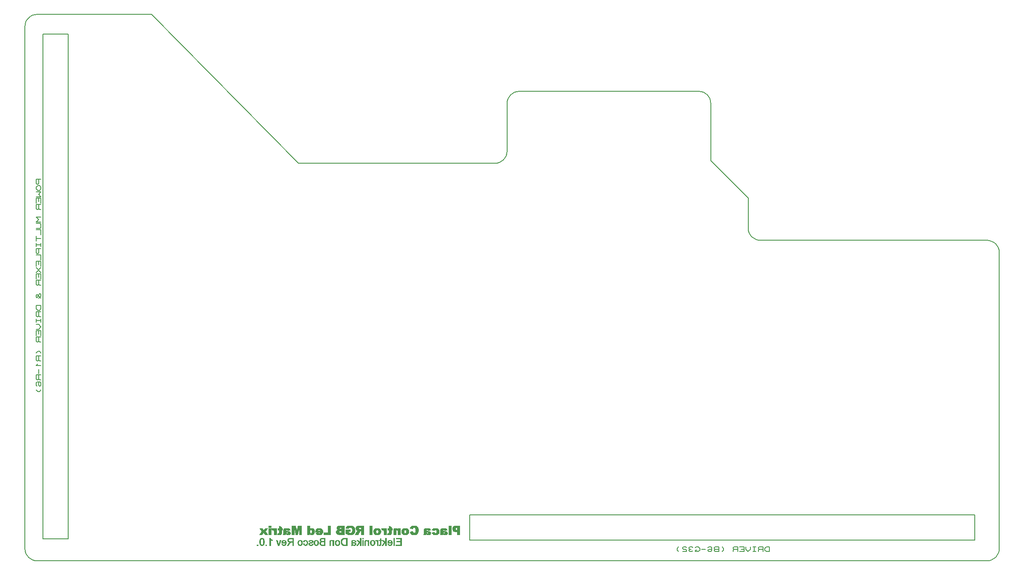
<source format=gbr>
G04 PROTEUS GERBER X2 FILE*
%TF.GenerationSoftware,Labcenter,Proteus,8.6-SP2-Build23525*%
%TF.CreationDate,2023-01-29T17:34:11+00:00*%
%TF.FileFunction,Legend,Bot*%
%TF.FilePolarity,Positive*%
%TF.Part,Single*%
%FSLAX45Y45*%
%MOMM*%
G01*
%TA.AperFunction,Material*%
%ADD27C,0.203200*%
%ADD26C,0.063500*%
%TA.AperFunction,Profile*%
%ADD25C,0.203200*%
%TD.AperFunction*%
D27*
X-1805252Y-6781500D02*
X+8354748Y-6781500D01*
X+8354748Y-6273500D01*
X-1805252Y-6273500D01*
X-1805252Y-6781500D01*
X+4227248Y-7013580D02*
X+4227248Y-6922140D01*
X+4163748Y-6922140D01*
X+4131998Y-6952620D01*
X+4131998Y-6983100D01*
X+4163748Y-7013580D01*
X+4227248Y-7013580D01*
X+4100248Y-7013580D02*
X+4100248Y-6922140D01*
X+4020873Y-6922140D01*
X+4004998Y-6937380D01*
X+4004998Y-6952620D01*
X+4020873Y-6967860D01*
X+4100248Y-6967860D01*
X+4020873Y-6967860D02*
X+4004998Y-6983100D01*
X+4004998Y-7013580D01*
X+3957373Y-6922140D02*
X+3893873Y-6922140D01*
X+3925623Y-6922140D02*
X+3925623Y-7013580D01*
X+3957373Y-7013580D02*
X+3893873Y-7013580D01*
X+3846248Y-6922140D02*
X+3846248Y-6967860D01*
X+3798623Y-7013580D01*
X+3750998Y-6967860D01*
X+3750998Y-6922140D01*
X+3623998Y-7013580D02*
X+3719248Y-7013580D01*
X+3719248Y-6922140D01*
X+3623998Y-6922140D01*
X+3719248Y-6967860D02*
X+3655748Y-6967860D01*
X+3592248Y-7013580D02*
X+3592248Y-6922140D01*
X+3512873Y-6922140D01*
X+3496998Y-6937380D01*
X+3496998Y-6952620D01*
X+3512873Y-6967860D01*
X+3592248Y-6967860D01*
X+3512873Y-6967860D02*
X+3496998Y-6983100D01*
X+3496998Y-7013580D01*
X+3274748Y-6922140D02*
X+3306498Y-6952620D01*
X+3306498Y-6983100D01*
X+3274748Y-7013580D01*
X+3211248Y-7013580D02*
X+3211248Y-6922140D01*
X+3131873Y-6922140D01*
X+3115998Y-6937380D01*
X+3115998Y-6952620D01*
X+3131873Y-6967860D01*
X+3115998Y-6983100D01*
X+3115998Y-6998340D01*
X+3131873Y-7013580D01*
X+3211248Y-7013580D01*
X+3211248Y-6967860D02*
X+3131873Y-6967860D01*
X+2988998Y-6937380D02*
X+3004873Y-6922140D01*
X+3052498Y-6922140D01*
X+3068373Y-6937380D01*
X+3068373Y-6998340D01*
X+3052498Y-7013580D01*
X+3004873Y-7013580D01*
X+2988998Y-6998340D01*
X+2988998Y-6983100D01*
X+3004873Y-6967860D01*
X+3068373Y-6967860D01*
X+2941373Y-6967860D02*
X+2861998Y-6967860D01*
X+2766748Y-6983100D02*
X+2734998Y-6983100D01*
X+2734998Y-7013580D01*
X+2798498Y-7013580D01*
X+2830248Y-6983100D01*
X+2830248Y-6952620D01*
X+2798498Y-6922140D01*
X+2750873Y-6922140D01*
X+2734998Y-6937380D01*
X+2687373Y-6937380D02*
X+2671498Y-6922140D01*
X+2623873Y-6922140D01*
X+2607998Y-6937380D01*
X+2607998Y-6952620D01*
X+2623873Y-6967860D01*
X+2607998Y-6983100D01*
X+2607998Y-6998340D01*
X+2623873Y-7013580D01*
X+2671498Y-7013580D01*
X+2687373Y-6998340D01*
X+2655623Y-6967860D02*
X+2623873Y-6967860D01*
X+2560373Y-6937380D02*
X+2544498Y-6922140D01*
X+2496873Y-6922140D01*
X+2480998Y-6937380D01*
X+2480998Y-6952620D01*
X+2496873Y-6967860D01*
X+2544498Y-6967860D01*
X+2560373Y-6983100D01*
X+2560373Y-7013580D01*
X+2480998Y-7013580D01*
X+2401623Y-6922140D02*
X+2369873Y-6952620D01*
X+2369873Y-6983100D01*
X+2401623Y-7013580D01*
X-10386752Y-6760000D02*
X-9878752Y-6760000D01*
X-9878752Y+3400000D01*
X-10386752Y+3400000D01*
X-10386752Y-6760000D01*
X-10427392Y+479000D02*
X-10518832Y+479000D01*
X-10518832Y+399625D01*
X-10503592Y+383750D01*
X-10488352Y+383750D01*
X-10473112Y+399625D01*
X-10473112Y+479000D01*
X-10488352Y+352000D02*
X-10518832Y+320250D01*
X-10518832Y+288500D01*
X-10488352Y+256750D01*
X-10457872Y+256750D01*
X-10427392Y+288500D01*
X-10427392Y+320250D01*
X-10457872Y+352000D01*
X-10488352Y+352000D01*
X-10518832Y+225000D02*
X-10427392Y+225000D01*
X-10473112Y+177375D01*
X-10427392Y+129750D01*
X-10518832Y+129750D01*
X-10427392Y+2750D02*
X-10427392Y+98000D01*
X-10518832Y+98000D01*
X-10518832Y+2750D01*
X-10473112Y+98000D02*
X-10473112Y+34500D01*
X-10427392Y-29000D02*
X-10518832Y-29000D01*
X-10518832Y-108375D01*
X-10503592Y-124250D01*
X-10488352Y-124250D01*
X-10473112Y-108375D01*
X-10473112Y-29000D01*
X-10473112Y-108375D02*
X-10457872Y-124250D01*
X-10427392Y-124250D01*
X-10427392Y-283000D02*
X-10518832Y-283000D01*
X-10473112Y-330625D01*
X-10518832Y-378250D01*
X-10427392Y-378250D01*
X-10518832Y-410000D02*
X-10442632Y-410000D01*
X-10427392Y-425875D01*
X-10427392Y-489375D01*
X-10442632Y-505250D01*
X-10518832Y-505250D01*
X-10518832Y-537000D02*
X-10427392Y-537000D01*
X-10427392Y-632250D01*
X-10518832Y-664000D02*
X-10518832Y-759250D01*
X-10518832Y-711625D02*
X-10427392Y-711625D01*
X-10518832Y-806875D02*
X-10518832Y-870375D01*
X-10518832Y-838625D02*
X-10427392Y-838625D01*
X-10427392Y-806875D02*
X-10427392Y-870375D01*
X-10427392Y-918000D02*
X-10518832Y-918000D01*
X-10518832Y-997375D01*
X-10503592Y-1013250D01*
X-10488352Y-1013250D01*
X-10473112Y-997375D01*
X-10473112Y-918000D01*
X-10518832Y-1045000D02*
X-10427392Y-1045000D01*
X-10427392Y-1140250D01*
X-10427392Y-1267250D02*
X-10427392Y-1172000D01*
X-10518832Y-1172000D01*
X-10518832Y-1267250D01*
X-10473112Y-1172000D02*
X-10473112Y-1235500D01*
X-10518832Y-1299000D02*
X-10427392Y-1394250D01*
X-10427392Y-1299000D02*
X-10518832Y-1394250D01*
X-10427392Y-1521250D02*
X-10427392Y-1426000D01*
X-10518832Y-1426000D01*
X-10518832Y-1521250D01*
X-10473112Y-1426000D02*
X-10473112Y-1489500D01*
X-10427392Y-1553000D02*
X-10518832Y-1553000D01*
X-10518832Y-1632375D01*
X-10503592Y-1648250D01*
X-10488352Y-1648250D01*
X-10473112Y-1632375D01*
X-10473112Y-1553000D01*
X-10473112Y-1632375D02*
X-10457872Y-1648250D01*
X-10427392Y-1648250D01*
X-10427392Y-1918125D02*
X-10503592Y-1838750D01*
X-10518832Y-1854625D01*
X-10518832Y-1886375D01*
X-10503592Y-1902250D01*
X-10457872Y-1822875D01*
X-10442632Y-1822875D01*
X-10427392Y-1838750D01*
X-10427392Y-1870500D01*
X-10473112Y-1918125D01*
X-10427392Y-2061000D02*
X-10518832Y-2061000D01*
X-10518832Y-2124500D01*
X-10488352Y-2156250D01*
X-10457872Y-2156250D01*
X-10427392Y-2124500D01*
X-10427392Y-2061000D01*
X-10427392Y-2188000D02*
X-10518832Y-2188000D01*
X-10518832Y-2267375D01*
X-10503592Y-2283250D01*
X-10488352Y-2283250D01*
X-10473112Y-2267375D01*
X-10473112Y-2188000D01*
X-10473112Y-2267375D02*
X-10457872Y-2283250D01*
X-10427392Y-2283250D01*
X-10518832Y-2330875D02*
X-10518832Y-2394375D01*
X-10518832Y-2362625D02*
X-10427392Y-2362625D01*
X-10427392Y-2330875D02*
X-10427392Y-2394375D01*
X-10518832Y-2442000D02*
X-10473112Y-2442000D01*
X-10427392Y-2489625D01*
X-10473112Y-2537250D01*
X-10518832Y-2537250D01*
X-10427392Y-2664250D02*
X-10427392Y-2569000D01*
X-10518832Y-2569000D01*
X-10518832Y-2664250D01*
X-10473112Y-2569000D02*
X-10473112Y-2632500D01*
X-10427392Y-2696000D02*
X-10518832Y-2696000D01*
X-10518832Y-2775375D01*
X-10503592Y-2791250D01*
X-10488352Y-2791250D01*
X-10473112Y-2775375D01*
X-10473112Y-2696000D01*
X-10473112Y-2775375D02*
X-10457872Y-2791250D01*
X-10427392Y-2791250D01*
X-10518832Y-3013500D02*
X-10488352Y-2981750D01*
X-10457872Y-2981750D01*
X-10427392Y-3013500D01*
X-10427392Y-3077000D02*
X-10518832Y-3077000D01*
X-10518832Y-3156375D01*
X-10503592Y-3172250D01*
X-10488352Y-3172250D01*
X-10473112Y-3156375D01*
X-10473112Y-3077000D01*
X-10473112Y-3156375D02*
X-10457872Y-3172250D01*
X-10427392Y-3172250D01*
X-10488352Y-3235750D02*
X-10518832Y-3267500D01*
X-10427392Y-3267500D01*
X-10473112Y-3346875D02*
X-10473112Y-3426250D01*
X-10427392Y-3458000D02*
X-10518832Y-3458000D01*
X-10518832Y-3537375D01*
X-10503592Y-3553250D01*
X-10488352Y-3553250D01*
X-10473112Y-3537375D01*
X-10473112Y-3458000D01*
X-10473112Y-3537375D02*
X-10457872Y-3553250D01*
X-10427392Y-3553250D01*
X-10503592Y-3680250D02*
X-10518832Y-3664375D01*
X-10518832Y-3616750D01*
X-10503592Y-3600875D01*
X-10442632Y-3600875D01*
X-10427392Y-3616750D01*
X-10427392Y-3664375D01*
X-10442632Y-3680250D01*
X-10457872Y-3680250D01*
X-10473112Y-3664375D01*
X-10473112Y-3600875D01*
X-10518832Y-3759625D02*
X-10488352Y-3791375D01*
X-10457872Y-3791375D01*
X-10427392Y-3759625D01*
D26*
X-5658723Y-6673845D02*
X-5613003Y-6673845D01*
X-5475843Y-6673845D02*
X-5435203Y-6673845D01*
X-4998323Y-6673845D02*
X-4962763Y-6673845D01*
X-4856083Y-6673845D02*
X-4805283Y-6673845D01*
X-4236323Y-6673845D02*
X-4175363Y-6673845D01*
X-3687683Y-6673845D02*
X-3641963Y-6673845D01*
X-3448923Y-6673845D02*
X-3403203Y-6673845D01*
X-3123803Y-6673845D02*
X-3078083Y-6673845D01*
X-2951083Y-6673845D02*
X-2900283Y-6673845D01*
X-2651363Y-6673845D02*
X-2610723Y-6673845D01*
X-2519283Y-6673845D02*
X-2468483Y-6673845D01*
X-2316083Y-6673845D02*
X-2275443Y-6673845D01*
X-6034643Y-6668765D02*
X-5983843Y-6668765D01*
X-5917803Y-6668765D02*
X-5867003Y-6668765D01*
X-5851763Y-6668765D02*
X-5800963Y-6668765D01*
X-5740003Y-6668765D02*
X-5689203Y-6668765D01*
X-5668883Y-6668765D02*
X-5602843Y-6668765D01*
X-5557123Y-6668765D02*
X-5506323Y-6668765D01*
X-5486003Y-6668765D02*
X-5425043Y-6668765D01*
X-5379323Y-6668765D02*
X-5333603Y-6668765D01*
X-5303123Y-6668765D02*
X-5267563Y-6668765D01*
X-5232003Y-6668765D02*
X-5186283Y-6668765D01*
X-5069443Y-6668765D02*
X-5023723Y-6668765D01*
X-5008483Y-6668765D02*
X-4952603Y-6668765D01*
X-4871323Y-6668765D02*
X-4790043Y-6668765D01*
X-4739243Y-6668765D02*
X-4602083Y-6668765D01*
X-4444603Y-6668765D02*
X-4327763Y-6668765D01*
X-4256643Y-6668765D02*
X-4160123Y-6668765D01*
X-4109323Y-6668765D02*
X-4048363Y-6668765D01*
X-3987403Y-6668765D02*
X-3931523Y-6668765D01*
X-3814683Y-6668765D02*
X-3763883Y-6668765D01*
X-3702923Y-6668765D02*
X-3626723Y-6668765D01*
X-3530203Y-6668765D02*
X-3479403Y-6668765D01*
X-3459083Y-6668765D02*
X-3393043Y-6668765D01*
X-3337163Y-6668765D02*
X-3286363Y-6668765D01*
X-3250803Y-6668765D02*
X-3200003Y-6668765D01*
X-3139043Y-6668765D02*
X-3062843Y-6668765D01*
X-2966323Y-6668765D02*
X-2879963Y-6668765D01*
X-2732643Y-6668765D02*
X-2681843Y-6668765D01*
X-2661523Y-6668765D02*
X-2600563Y-6668765D01*
X-2534523Y-6668765D02*
X-2453243Y-6668765D01*
X-2397363Y-6668765D02*
X-2346563Y-6668765D01*
X-2326243Y-6668765D02*
X-2265283Y-6668765D01*
X-2224643Y-6668765D02*
X-2173843Y-6668765D01*
X-2057003Y-6668765D02*
X-2001123Y-6668765D01*
X-6029563Y-6663685D02*
X-5978763Y-6663685D01*
X-5922883Y-6663685D02*
X-5872083Y-6663685D01*
X-5851763Y-6663685D02*
X-5800963Y-6663685D01*
X-5740003Y-6663685D02*
X-5689203Y-6663685D01*
X-5668883Y-6663685D02*
X-5597763Y-6663685D01*
X-5557123Y-6663685D02*
X-5506323Y-6663685D01*
X-5491083Y-6663685D02*
X-5419963Y-6663685D01*
X-5379323Y-6663685D02*
X-5333603Y-6663685D01*
X-5303123Y-6663685D02*
X-5262483Y-6663685D01*
X-5232003Y-6663685D02*
X-5186283Y-6663685D01*
X-5069443Y-6663685D02*
X-5023723Y-6663685D01*
X-5013563Y-6663685D02*
X-4947523Y-6663685D01*
X-4881483Y-6663685D02*
X-4784963Y-6663685D01*
X-4739243Y-6663685D02*
X-4602083Y-6663685D01*
X-4464923Y-6663685D02*
X-4327763Y-6663685D01*
X-4266803Y-6663685D02*
X-4149963Y-6663685D01*
X-4104243Y-6663685D02*
X-4043283Y-6663685D01*
X-3987403Y-6663685D02*
X-3931523Y-6663685D01*
X-3814683Y-6663685D02*
X-3763883Y-6663685D01*
X-3713083Y-6663685D02*
X-3616563Y-6663685D01*
X-3530203Y-6663685D02*
X-3479403Y-6663685D01*
X-3459083Y-6663685D02*
X-3387963Y-6663685D01*
X-3337163Y-6663685D02*
X-3286363Y-6663685D01*
X-3250803Y-6663685D02*
X-3200003Y-6663685D01*
X-3149203Y-6663685D02*
X-3052683Y-6663685D01*
X-2976483Y-6663685D02*
X-2869803Y-6663685D01*
X-2732643Y-6663685D02*
X-2681843Y-6663685D01*
X-2666603Y-6663685D02*
X-2595483Y-6663685D01*
X-2539603Y-6663685D02*
X-2443083Y-6663685D01*
X-2397363Y-6663685D02*
X-2346563Y-6663685D01*
X-2331323Y-6663685D02*
X-2260203Y-6663685D01*
X-2224643Y-6663685D02*
X-2173843Y-6663685D01*
X-2057003Y-6663685D02*
X-2001123Y-6663685D01*
X-6024483Y-6658605D02*
X-5973683Y-6658605D01*
X-5927963Y-6658605D02*
X-5877163Y-6658605D01*
X-5851763Y-6658605D02*
X-5800963Y-6658605D01*
X-5740003Y-6658605D02*
X-5689203Y-6658605D01*
X-5668883Y-6658605D02*
X-5592683Y-6658605D01*
X-5552043Y-6658605D02*
X-5506323Y-6658605D01*
X-5496163Y-6658605D02*
X-5414883Y-6658605D01*
X-5379323Y-6658605D02*
X-5333603Y-6658605D01*
X-5303123Y-6658605D02*
X-5262483Y-6658605D01*
X-5232003Y-6658605D02*
X-5186283Y-6658605D01*
X-5069443Y-6658605D02*
X-5023723Y-6658605D01*
X-5018643Y-6658605D02*
X-4942443Y-6658605D01*
X-4886563Y-6658605D02*
X-4779883Y-6658605D01*
X-4739243Y-6658605D02*
X-4602083Y-6658605D01*
X-4470003Y-6658605D02*
X-4327763Y-6658605D01*
X-4276963Y-6658605D02*
X-4139803Y-6658605D01*
X-4104243Y-6658605D02*
X-4043283Y-6658605D01*
X-3987403Y-6658605D02*
X-3931523Y-6658605D01*
X-3814683Y-6658605D02*
X-3763883Y-6658605D01*
X-3718163Y-6658605D02*
X-3611483Y-6658605D01*
X-3530203Y-6658605D02*
X-3479403Y-6658605D01*
X-3459083Y-6658605D02*
X-3382883Y-6658605D01*
X-3337163Y-6658605D02*
X-3286363Y-6658605D01*
X-3250803Y-6658605D02*
X-3200003Y-6658605D01*
X-3154283Y-6658605D02*
X-3047603Y-6658605D01*
X-2981563Y-6658605D02*
X-2864723Y-6658605D01*
X-2727563Y-6658605D02*
X-2681843Y-6658605D01*
X-2671683Y-6658605D02*
X-2590403Y-6658605D01*
X-2544683Y-6658605D02*
X-2438003Y-6658605D01*
X-2392283Y-6658605D02*
X-2346563Y-6658605D01*
X-2336403Y-6658605D02*
X-2255123Y-6658605D01*
X-2224643Y-6658605D02*
X-2173843Y-6658605D01*
X-2057003Y-6658605D02*
X-2001123Y-6658605D01*
X-6019403Y-6653525D02*
X-5968603Y-6653525D01*
X-5933043Y-6653525D02*
X-5877163Y-6653525D01*
X-5851763Y-6653525D02*
X-5800963Y-6653525D01*
X-5740003Y-6653525D02*
X-5689203Y-6653525D01*
X-5668883Y-6653525D02*
X-5592683Y-6653525D01*
X-5552043Y-6653525D02*
X-5506323Y-6653525D01*
X-5501243Y-6653525D02*
X-5409803Y-6653525D01*
X-5379323Y-6653525D02*
X-5333603Y-6653525D01*
X-5303123Y-6653525D02*
X-5262483Y-6653525D01*
X-5232003Y-6653525D02*
X-5186283Y-6653525D01*
X-5069443Y-6653525D02*
X-4937363Y-6653525D01*
X-4891643Y-6653525D02*
X-4774803Y-6653525D01*
X-4739243Y-6653525D02*
X-4602083Y-6653525D01*
X-4475083Y-6653525D02*
X-4327763Y-6653525D01*
X-4287123Y-6653525D02*
X-4134723Y-6653525D01*
X-4099163Y-6653525D02*
X-4038203Y-6653525D01*
X-3987403Y-6653525D02*
X-3931523Y-6653525D01*
X-3814683Y-6653525D02*
X-3763883Y-6653525D01*
X-3723243Y-6653525D02*
X-3606403Y-6653525D01*
X-3530203Y-6653525D02*
X-3479403Y-6653525D01*
X-3459083Y-6653525D02*
X-3382883Y-6653525D01*
X-3337163Y-6653525D02*
X-3286363Y-6653525D01*
X-3250803Y-6653525D02*
X-3200003Y-6653525D01*
X-3159363Y-6653525D02*
X-3042523Y-6653525D01*
X-2986643Y-6653525D02*
X-2859643Y-6653525D01*
X-2727563Y-6653525D02*
X-2681843Y-6653525D01*
X-2676763Y-6653525D02*
X-2585323Y-6653525D01*
X-2549763Y-6653525D02*
X-2432923Y-6653525D01*
X-2392283Y-6653525D02*
X-2346563Y-6653525D01*
X-2341483Y-6653525D02*
X-2250043Y-6653525D01*
X-2224643Y-6653525D02*
X-2173843Y-6653525D01*
X-2057003Y-6653525D02*
X-2001123Y-6653525D01*
X-6019403Y-6648445D02*
X-5963523Y-6648445D01*
X-5938123Y-6648445D02*
X-5882243Y-6648445D01*
X-5851763Y-6648445D02*
X-5800963Y-6648445D01*
X-5740003Y-6648445D02*
X-5689203Y-6648445D01*
X-5663803Y-6648445D02*
X-5587603Y-6648445D01*
X-5552043Y-6648445D02*
X-5409803Y-6648445D01*
X-5379323Y-6648445D02*
X-5333603Y-6648445D01*
X-5308203Y-6648445D02*
X-5262483Y-6648445D01*
X-5232003Y-6648445D02*
X-5186283Y-6648445D01*
X-5069443Y-6648445D02*
X-4937363Y-6648445D01*
X-4896723Y-6648445D02*
X-4769723Y-6648445D01*
X-4739243Y-6648445D02*
X-4602083Y-6648445D01*
X-4480163Y-6648445D02*
X-4327763Y-6648445D01*
X-4292203Y-6648445D02*
X-4129643Y-6648445D01*
X-4099163Y-6648445D02*
X-4038203Y-6648445D01*
X-3987403Y-6648445D02*
X-3931523Y-6648445D01*
X-3814683Y-6648445D02*
X-3763883Y-6648445D01*
X-3728323Y-6648445D02*
X-3601323Y-6648445D01*
X-3530203Y-6648445D02*
X-3479403Y-6648445D01*
X-3454003Y-6648445D02*
X-3377803Y-6648445D01*
X-3337163Y-6648445D02*
X-3286363Y-6648445D01*
X-3250803Y-6648445D02*
X-3200003Y-6648445D01*
X-3164443Y-6648445D02*
X-3037443Y-6648445D01*
X-2991723Y-6648445D02*
X-2854563Y-6648445D01*
X-2727563Y-6648445D02*
X-2585323Y-6648445D01*
X-2554843Y-6648445D02*
X-2427843Y-6648445D01*
X-2392283Y-6648445D02*
X-2250043Y-6648445D01*
X-2224643Y-6648445D02*
X-2173843Y-6648445D01*
X-2057003Y-6648445D02*
X-2001123Y-6648445D01*
X-6014323Y-6643365D02*
X-5963523Y-6643365D01*
X-5938123Y-6643365D02*
X-5887323Y-6643365D01*
X-5851763Y-6643365D02*
X-5800963Y-6643365D01*
X-5740003Y-6643365D02*
X-5689203Y-6643365D01*
X-5663803Y-6643365D02*
X-5587603Y-6643365D01*
X-5552043Y-6643365D02*
X-5409803Y-6643365D01*
X-5379323Y-6643365D02*
X-5333603Y-6643365D01*
X-5308203Y-6643365D02*
X-5257403Y-6643365D01*
X-5232003Y-6643365D02*
X-5186283Y-6643365D01*
X-5069443Y-6643365D02*
X-4932283Y-6643365D01*
X-4896723Y-6643365D02*
X-4769723Y-6643365D01*
X-4739243Y-6643365D02*
X-4602083Y-6643365D01*
X-4485243Y-6643365D02*
X-4327763Y-6643365D01*
X-4297283Y-6643365D02*
X-4129643Y-6643365D01*
X-4094083Y-6643365D02*
X-4033123Y-6643365D01*
X-3987403Y-6643365D02*
X-3931523Y-6643365D01*
X-3814683Y-6643365D02*
X-3763883Y-6643365D01*
X-3728323Y-6643365D02*
X-3601323Y-6643365D01*
X-3530203Y-6643365D02*
X-3479403Y-6643365D01*
X-3454003Y-6643365D02*
X-3377803Y-6643365D01*
X-3337163Y-6643365D02*
X-3286363Y-6643365D01*
X-3250803Y-6643365D02*
X-3200003Y-6643365D01*
X-3164443Y-6643365D02*
X-3037443Y-6643365D01*
X-2996803Y-6643365D02*
X-2849483Y-6643365D01*
X-2727563Y-6643365D02*
X-2585323Y-6643365D01*
X-2559923Y-6643365D02*
X-2422763Y-6643365D01*
X-2392283Y-6643365D02*
X-2250043Y-6643365D01*
X-2224643Y-6643365D02*
X-2173843Y-6643365D01*
X-2057003Y-6643365D02*
X-2001123Y-6643365D01*
X-6009243Y-6638285D02*
X-5958443Y-6638285D01*
X-5943203Y-6638285D02*
X-5892403Y-6638285D01*
X-5851763Y-6638285D02*
X-5800963Y-6638285D01*
X-5740003Y-6638285D02*
X-5689203Y-6638285D01*
X-5643483Y-6638285D02*
X-5587603Y-6638285D01*
X-5552043Y-6638285D02*
X-5491083Y-6638285D01*
X-5465683Y-6638285D02*
X-5409803Y-6638285D01*
X-5379323Y-6638285D02*
X-5333603Y-6638285D01*
X-5308203Y-6638285D02*
X-5257403Y-6638285D01*
X-5232003Y-6638285D02*
X-5186283Y-6638285D01*
X-5069443Y-6638285D02*
X-5008483Y-6638285D01*
X-4988163Y-6638285D02*
X-4932283Y-6638285D01*
X-4901803Y-6638285D02*
X-4840843Y-6638285D01*
X-4820523Y-6638285D02*
X-4764643Y-6638285D01*
X-4739243Y-6638285D02*
X-4602083Y-6638285D01*
X-4485243Y-6638285D02*
X-4327763Y-6638285D01*
X-4297283Y-6638285D02*
X-4124563Y-6638285D01*
X-4094083Y-6638285D02*
X-4033123Y-6638285D01*
X-3987403Y-6638285D02*
X-3931523Y-6638285D01*
X-3814683Y-6638285D02*
X-3763883Y-6638285D01*
X-3733403Y-6638285D02*
X-3677523Y-6638285D01*
X-3657203Y-6638285D02*
X-3596243Y-6638285D01*
X-3530203Y-6638285D02*
X-3479403Y-6638285D01*
X-3433683Y-6638285D02*
X-3377803Y-6638285D01*
X-3337163Y-6638285D02*
X-3286363Y-6638285D01*
X-3250803Y-6638285D02*
X-3200003Y-6638285D01*
X-3169523Y-6638285D02*
X-3113643Y-6638285D01*
X-3093323Y-6638285D02*
X-3032363Y-6638285D01*
X-2996803Y-6638285D02*
X-2849483Y-6638285D01*
X-2727563Y-6638285D02*
X-2666603Y-6638285D01*
X-2641203Y-6638285D02*
X-2585323Y-6638285D01*
X-2559923Y-6638285D02*
X-2504043Y-6638285D01*
X-2483723Y-6638285D02*
X-2422763Y-6638285D01*
X-2392283Y-6638285D02*
X-2331323Y-6638285D01*
X-2305923Y-6638285D02*
X-2250043Y-6638285D01*
X-2224643Y-6638285D02*
X-2173843Y-6638285D01*
X-2057003Y-6638285D02*
X-2001123Y-6638285D01*
X-6004163Y-6633205D02*
X-5953363Y-6633205D01*
X-5948283Y-6633205D02*
X-5892403Y-6633205D01*
X-5851763Y-6633205D02*
X-5800963Y-6633205D01*
X-5740003Y-6633205D02*
X-5689203Y-6633205D01*
X-5638403Y-6633205D02*
X-5587603Y-6633205D01*
X-5552043Y-6633205D02*
X-5496163Y-6633205D01*
X-5460603Y-6633205D02*
X-5409803Y-6633205D01*
X-5379323Y-6633205D02*
X-5333603Y-6633205D01*
X-5308203Y-6633205D02*
X-5257403Y-6633205D01*
X-5232003Y-6633205D02*
X-5186283Y-6633205D01*
X-5069443Y-6633205D02*
X-5013563Y-6633205D01*
X-4983083Y-6633205D02*
X-4932283Y-6633205D01*
X-4876403Y-6633205D02*
X-4851003Y-6633205D01*
X-4815443Y-6633205D02*
X-4764643Y-6633205D01*
X-4739243Y-6633205D02*
X-4602083Y-6633205D01*
X-4490323Y-6633205D02*
X-4327763Y-6633205D01*
X-4297283Y-6633205D02*
X-4221083Y-6633205D01*
X-4190603Y-6633205D02*
X-4119483Y-6633205D01*
X-4089003Y-6633205D02*
X-4028043Y-6633205D01*
X-3987403Y-6633205D02*
X-3931523Y-6633205D01*
X-3814683Y-6633205D02*
X-3763883Y-6633205D01*
X-3733403Y-6633205D02*
X-3682603Y-6633205D01*
X-3647043Y-6633205D02*
X-3596243Y-6633205D01*
X-3530203Y-6633205D02*
X-3479403Y-6633205D01*
X-3428603Y-6633205D02*
X-3377803Y-6633205D01*
X-3337163Y-6633205D02*
X-3286363Y-6633205D01*
X-3250803Y-6633205D02*
X-3200003Y-6633205D01*
X-3169523Y-6633205D02*
X-3118723Y-6633205D01*
X-3083163Y-6633205D02*
X-3032363Y-6633205D01*
X-3001883Y-6633205D02*
X-2930763Y-6633205D01*
X-2910443Y-6633205D02*
X-2844403Y-6633205D01*
X-2727563Y-6633205D02*
X-2671683Y-6633205D01*
X-2636123Y-6633205D02*
X-2585323Y-6633205D01*
X-2565003Y-6633205D02*
X-2509123Y-6633205D01*
X-2473563Y-6633205D02*
X-2422763Y-6633205D01*
X-2392283Y-6633205D02*
X-2336403Y-6633205D01*
X-2300843Y-6633205D02*
X-2250043Y-6633205D01*
X-2224643Y-6633205D02*
X-2173843Y-6633205D01*
X-2057003Y-6633205D02*
X-2001123Y-6633205D01*
X-6004163Y-6628125D02*
X-5897483Y-6628125D01*
X-5851763Y-6628125D02*
X-5800963Y-6628125D01*
X-5740003Y-6628125D02*
X-5689203Y-6628125D01*
X-5638403Y-6628125D02*
X-5587603Y-6628125D01*
X-5552043Y-6628125D02*
X-5501243Y-6628125D01*
X-5460603Y-6628125D02*
X-5409803Y-6628125D01*
X-5379323Y-6628125D02*
X-5333603Y-6628125D01*
X-5313283Y-6628125D02*
X-5257403Y-6628125D01*
X-5232003Y-6628125D02*
X-5186283Y-6628125D01*
X-5069443Y-6628125D02*
X-5013563Y-6628125D01*
X-4983083Y-6628125D02*
X-4927203Y-6628125D01*
X-4810363Y-6628125D02*
X-4759563Y-6628125D01*
X-4739243Y-6628125D02*
X-4602083Y-6628125D01*
X-4490323Y-6628125D02*
X-4424283Y-6628125D01*
X-4383643Y-6628125D02*
X-4327763Y-6628125D01*
X-4297283Y-6628125D02*
X-4236323Y-6628125D01*
X-4180443Y-6628125D02*
X-4119483Y-6628125D01*
X-4083923Y-6628125D02*
X-4022963Y-6628125D01*
X-3987403Y-6628125D02*
X-3931523Y-6628125D01*
X-3814683Y-6628125D02*
X-3763883Y-6628125D01*
X-3733403Y-6628125D02*
X-3682603Y-6628125D01*
X-3647043Y-6628125D02*
X-3596243Y-6628125D01*
X-3530203Y-6628125D02*
X-3479403Y-6628125D01*
X-3428603Y-6628125D02*
X-3377803Y-6628125D01*
X-3337163Y-6628125D02*
X-3286363Y-6628125D01*
X-3250803Y-6628125D02*
X-3200003Y-6628125D01*
X-3169523Y-6628125D02*
X-3118723Y-6628125D01*
X-3083163Y-6628125D02*
X-3032363Y-6628125D01*
X-3001883Y-6628125D02*
X-2940923Y-6628125D01*
X-2900283Y-6628125D02*
X-2844403Y-6628125D01*
X-2727563Y-6628125D02*
X-2676763Y-6628125D01*
X-2636123Y-6628125D02*
X-2585323Y-6628125D01*
X-2565003Y-6628125D02*
X-2509123Y-6628125D01*
X-2473563Y-6628125D02*
X-2417683Y-6628125D01*
X-2392283Y-6628125D02*
X-2341483Y-6628125D01*
X-2300843Y-6628125D02*
X-2250043Y-6628125D01*
X-2224643Y-6628125D02*
X-2173843Y-6628125D01*
X-2057003Y-6628125D02*
X-2001123Y-6628125D01*
X-5999083Y-6623045D02*
X-5902563Y-6623045D01*
X-5851763Y-6623045D02*
X-5800963Y-6623045D01*
X-5740003Y-6623045D02*
X-5689203Y-6623045D01*
X-5638403Y-6623045D02*
X-5587603Y-6623045D01*
X-5552043Y-6623045D02*
X-5501243Y-6623045D01*
X-5470763Y-6623045D02*
X-5414883Y-6623045D01*
X-5379323Y-6623045D02*
X-5333603Y-6623045D01*
X-5313283Y-6623045D02*
X-5252323Y-6623045D01*
X-5232003Y-6623045D02*
X-5186283Y-6623045D01*
X-5069443Y-6623045D02*
X-5018643Y-6623045D01*
X-4978003Y-6623045D02*
X-4927203Y-6623045D01*
X-4810363Y-6623045D02*
X-4759563Y-6623045D01*
X-4657963Y-6623045D02*
X-4602083Y-6623045D01*
X-4490323Y-6623045D02*
X-4429363Y-6623045D01*
X-4383643Y-6623045D02*
X-4327763Y-6623045D01*
X-4297283Y-6623045D02*
X-4241403Y-6623045D01*
X-4175363Y-6623045D02*
X-4114403Y-6623045D01*
X-4083923Y-6623045D02*
X-4022963Y-6623045D01*
X-3987403Y-6623045D02*
X-3931523Y-6623045D01*
X-3814683Y-6623045D02*
X-3763883Y-6623045D01*
X-3738483Y-6623045D02*
X-3687683Y-6623045D01*
X-3641963Y-6623045D02*
X-3591163Y-6623045D01*
X-3530203Y-6623045D02*
X-3479403Y-6623045D01*
X-3428603Y-6623045D02*
X-3377803Y-6623045D01*
X-3337163Y-6623045D02*
X-3286363Y-6623045D01*
X-3250803Y-6623045D02*
X-3200003Y-6623045D01*
X-3174603Y-6623045D02*
X-3123803Y-6623045D01*
X-3078083Y-6623045D02*
X-3027283Y-6623045D01*
X-3006963Y-6623045D02*
X-2940923Y-6623045D01*
X-2895203Y-6623045D02*
X-2839323Y-6623045D01*
X-2727563Y-6623045D02*
X-2676763Y-6623045D01*
X-2646283Y-6623045D02*
X-2590403Y-6623045D01*
X-2539603Y-6623045D02*
X-2514203Y-6623045D01*
X-2468483Y-6623045D02*
X-2417683Y-6623045D01*
X-2392283Y-6623045D02*
X-2341483Y-6623045D01*
X-2311003Y-6623045D02*
X-2255123Y-6623045D01*
X-2224643Y-6623045D02*
X-2173843Y-6623045D01*
X-2057003Y-6623045D02*
X-2001123Y-6623045D01*
X-5994003Y-6617965D02*
X-5902563Y-6617965D01*
X-5851763Y-6617965D02*
X-5800963Y-6617965D01*
X-5740003Y-6617965D02*
X-5689203Y-6617965D01*
X-5638403Y-6617965D02*
X-5587603Y-6617965D01*
X-5552043Y-6617965D02*
X-5501243Y-6617965D01*
X-5491083Y-6617965D02*
X-5414883Y-6617965D01*
X-5379323Y-6617965D02*
X-5333603Y-6617965D01*
X-5313283Y-6617965D02*
X-5252323Y-6617965D01*
X-5232003Y-6617965D02*
X-5186283Y-6617965D01*
X-5069443Y-6617965D02*
X-5018643Y-6617965D01*
X-4978003Y-6617965D02*
X-4927203Y-6617965D01*
X-4906883Y-6617965D02*
X-4759563Y-6617965D01*
X-4657963Y-6617965D02*
X-4602083Y-6617965D01*
X-4490323Y-6617965D02*
X-4434443Y-6617965D01*
X-4383643Y-6617965D02*
X-4327763Y-6617965D01*
X-4297283Y-6617965D02*
X-4241403Y-6617965D01*
X-4170283Y-6617965D02*
X-4114403Y-6617965D01*
X-4078843Y-6617965D02*
X-4017883Y-6617965D01*
X-3987403Y-6617965D02*
X-3931523Y-6617965D01*
X-3814683Y-6617965D02*
X-3763883Y-6617965D01*
X-3738483Y-6617965D02*
X-3687683Y-6617965D01*
X-3641963Y-6617965D02*
X-3591163Y-6617965D01*
X-3530203Y-6617965D02*
X-3479403Y-6617965D01*
X-3428603Y-6617965D02*
X-3377803Y-6617965D01*
X-3337163Y-6617965D02*
X-3286363Y-6617965D01*
X-3250803Y-6617965D02*
X-3200003Y-6617965D01*
X-3174603Y-6617965D02*
X-3123803Y-6617965D01*
X-3078083Y-6617965D02*
X-3027283Y-6617965D01*
X-3006963Y-6617965D02*
X-2946003Y-6617965D01*
X-2895203Y-6617965D02*
X-2839323Y-6617965D01*
X-2727563Y-6617965D02*
X-2676763Y-6617965D01*
X-2666603Y-6617965D02*
X-2590403Y-6617965D01*
X-2468483Y-6617965D02*
X-2417683Y-6617965D01*
X-2392283Y-6617965D02*
X-2341483Y-6617965D01*
X-2331323Y-6617965D02*
X-2255123Y-6617965D01*
X-2224643Y-6617965D02*
X-2173843Y-6617965D01*
X-2057003Y-6617965D02*
X-2001123Y-6617965D01*
X-5988923Y-6612885D02*
X-5907643Y-6612885D01*
X-5851763Y-6612885D02*
X-5800963Y-6612885D01*
X-5740003Y-6612885D02*
X-5689203Y-6612885D01*
X-5638403Y-6612885D02*
X-5587603Y-6612885D01*
X-5552043Y-6612885D02*
X-5425043Y-6612885D01*
X-5379323Y-6612885D02*
X-5333603Y-6612885D01*
X-5313283Y-6612885D02*
X-5252323Y-6612885D01*
X-5232003Y-6612885D02*
X-5186283Y-6612885D01*
X-5069443Y-6612885D02*
X-5018643Y-6612885D01*
X-4978003Y-6612885D02*
X-4927203Y-6612885D01*
X-4906883Y-6612885D02*
X-4759563Y-6612885D01*
X-4657963Y-6612885D02*
X-4602083Y-6612885D01*
X-4490323Y-6612885D02*
X-4434443Y-6612885D01*
X-4383643Y-6612885D02*
X-4327763Y-6612885D01*
X-4297283Y-6612885D02*
X-4241403Y-6612885D01*
X-4170283Y-6612885D02*
X-4114403Y-6612885D01*
X-4078843Y-6612885D02*
X-4017883Y-6612885D01*
X-3987403Y-6612885D02*
X-3931523Y-6612885D01*
X-3814683Y-6612885D02*
X-3763883Y-6612885D01*
X-3738483Y-6612885D02*
X-3687683Y-6612885D01*
X-3641963Y-6612885D02*
X-3591163Y-6612885D01*
X-3530203Y-6612885D02*
X-3479403Y-6612885D01*
X-3428603Y-6612885D02*
X-3377803Y-6612885D01*
X-3337163Y-6612885D02*
X-3286363Y-6612885D01*
X-3250803Y-6612885D02*
X-3200003Y-6612885D01*
X-3174603Y-6612885D02*
X-3123803Y-6612885D01*
X-3078083Y-6612885D02*
X-3027283Y-6612885D01*
X-2996803Y-6612885D02*
X-2946003Y-6612885D01*
X-2895203Y-6612885D02*
X-2839323Y-6612885D01*
X-2727563Y-6612885D02*
X-2600563Y-6612885D01*
X-2468483Y-6612885D02*
X-2417683Y-6612885D01*
X-2392283Y-6612885D02*
X-2265283Y-6612885D01*
X-2224643Y-6612885D02*
X-2173843Y-6612885D01*
X-2107803Y-6612885D02*
X-2001123Y-6612885D01*
X-5988923Y-6607805D02*
X-5912723Y-6607805D01*
X-5851763Y-6607805D02*
X-5800963Y-6607805D01*
X-5740003Y-6607805D02*
X-5689203Y-6607805D01*
X-5638403Y-6607805D02*
X-5587603Y-6607805D01*
X-5552043Y-6607805D02*
X-5435203Y-6607805D01*
X-5379323Y-6607805D02*
X-5333603Y-6607805D01*
X-5313283Y-6607805D02*
X-5252323Y-6607805D01*
X-5232003Y-6607805D02*
X-5186283Y-6607805D01*
X-5069443Y-6607805D02*
X-5018643Y-6607805D01*
X-4978003Y-6607805D02*
X-4927203Y-6607805D01*
X-4906883Y-6607805D02*
X-4759563Y-6607805D01*
X-4657963Y-6607805D02*
X-4602083Y-6607805D01*
X-4490323Y-6607805D02*
X-4434443Y-6607805D01*
X-4383643Y-6607805D02*
X-4327763Y-6607805D01*
X-4297283Y-6607805D02*
X-4205843Y-6607805D01*
X-4170283Y-6607805D02*
X-4114403Y-6607805D01*
X-4073763Y-6607805D02*
X-4012803Y-6607805D01*
X-3987403Y-6607805D02*
X-3931523Y-6607805D01*
X-3814683Y-6607805D02*
X-3763883Y-6607805D01*
X-3738483Y-6607805D02*
X-3687683Y-6607805D01*
X-3641963Y-6607805D02*
X-3591163Y-6607805D01*
X-3530203Y-6607805D02*
X-3479403Y-6607805D01*
X-3428603Y-6607805D02*
X-3377803Y-6607805D01*
X-3337163Y-6607805D02*
X-3286363Y-6607805D01*
X-3250803Y-6607805D02*
X-3200003Y-6607805D01*
X-3174603Y-6607805D02*
X-3123803Y-6607805D01*
X-3078083Y-6607805D02*
X-3027283Y-6607805D01*
X-2981563Y-6607805D02*
X-2951083Y-6607805D01*
X-2890123Y-6607805D02*
X-2834243Y-6607805D01*
X-2727563Y-6607805D02*
X-2610723Y-6607805D01*
X-2468483Y-6607805D02*
X-2417683Y-6607805D01*
X-2392283Y-6607805D02*
X-2275443Y-6607805D01*
X-2224643Y-6607805D02*
X-2173843Y-6607805D01*
X-2123043Y-6607805D02*
X-2001123Y-6607805D01*
X-5988923Y-6602725D02*
X-5912723Y-6602725D01*
X-5851763Y-6602725D02*
X-5800963Y-6602725D01*
X-5740003Y-6602725D02*
X-5689203Y-6602725D01*
X-5638403Y-6602725D02*
X-5587603Y-6602725D01*
X-5552043Y-6602725D02*
X-5450443Y-6602725D01*
X-5379323Y-6602725D02*
X-5333603Y-6602725D01*
X-5318363Y-6602725D02*
X-5247243Y-6602725D01*
X-5232003Y-6602725D02*
X-5186283Y-6602725D01*
X-5069443Y-6602725D02*
X-5018643Y-6602725D01*
X-4978003Y-6602725D02*
X-4927203Y-6602725D01*
X-4906883Y-6602725D02*
X-4759563Y-6602725D01*
X-4657963Y-6602725D02*
X-4602083Y-6602725D01*
X-4490323Y-6602725D02*
X-4429363Y-6602725D01*
X-4383643Y-6602725D02*
X-4327763Y-6602725D01*
X-4297283Y-6602725D02*
X-4205843Y-6602725D01*
X-4165203Y-6602725D02*
X-4109323Y-6602725D01*
X-4068683Y-6602725D02*
X-4007723Y-6602725D01*
X-3987403Y-6602725D02*
X-3931523Y-6602725D01*
X-3814683Y-6602725D02*
X-3763883Y-6602725D01*
X-3738483Y-6602725D02*
X-3687683Y-6602725D01*
X-3641963Y-6602725D02*
X-3591163Y-6602725D01*
X-3530203Y-6602725D02*
X-3479403Y-6602725D01*
X-3428603Y-6602725D02*
X-3377803Y-6602725D01*
X-3337163Y-6602725D02*
X-3286363Y-6602725D01*
X-3250803Y-6602725D02*
X-3200003Y-6602725D01*
X-3174603Y-6602725D02*
X-3123803Y-6602725D01*
X-3078083Y-6602725D02*
X-3027283Y-6602725D01*
X-2961243Y-6602725D02*
X-2951083Y-6602725D01*
X-2890123Y-6602725D02*
X-2834243Y-6602725D01*
X-2727563Y-6602725D02*
X-2625963Y-6602725D01*
X-2468483Y-6602725D02*
X-2417683Y-6602725D01*
X-2392283Y-6602725D02*
X-2290683Y-6602725D01*
X-2224643Y-6602725D02*
X-2173843Y-6602725D01*
X-2128123Y-6602725D02*
X-2001123Y-6602725D01*
X-5988923Y-6597645D02*
X-5907643Y-6597645D01*
X-5851763Y-6597645D02*
X-5800963Y-6597645D01*
X-5745083Y-6597645D02*
X-5689203Y-6597645D01*
X-5638403Y-6597645D02*
X-5587603Y-6597645D01*
X-5552043Y-6597645D02*
X-5475843Y-6597645D01*
X-5379323Y-6597645D02*
X-5333603Y-6597645D01*
X-5318363Y-6597645D02*
X-5247243Y-6597645D01*
X-5232003Y-6597645D02*
X-5186283Y-6597645D01*
X-5069443Y-6597645D02*
X-5018643Y-6597645D01*
X-4978003Y-6597645D02*
X-4927203Y-6597645D01*
X-4906883Y-6597645D02*
X-4759563Y-6597645D01*
X-4657963Y-6597645D02*
X-4602083Y-6597645D01*
X-4485243Y-6597645D02*
X-4424283Y-6597645D01*
X-4383643Y-6597645D02*
X-4327763Y-6597645D01*
X-4297283Y-6597645D02*
X-4205843Y-6597645D01*
X-4165203Y-6597645D02*
X-4109323Y-6597645D01*
X-4063603Y-6597645D02*
X-3931523Y-6597645D01*
X-3814683Y-6597645D02*
X-3763883Y-6597645D01*
X-3738483Y-6597645D02*
X-3687683Y-6597645D01*
X-3641963Y-6597645D02*
X-3591163Y-6597645D01*
X-3535283Y-6597645D02*
X-3479403Y-6597645D01*
X-3428603Y-6597645D02*
X-3377803Y-6597645D01*
X-3337163Y-6597645D02*
X-3286363Y-6597645D01*
X-3250803Y-6597645D02*
X-3200003Y-6597645D01*
X-3174603Y-6597645D02*
X-3123803Y-6597645D01*
X-3078083Y-6597645D02*
X-3027283Y-6597645D01*
X-2890123Y-6597645D02*
X-2834243Y-6597645D01*
X-2727563Y-6597645D02*
X-2651363Y-6597645D01*
X-2468483Y-6597645D02*
X-2417683Y-6597645D01*
X-2392283Y-6597645D02*
X-2316083Y-6597645D01*
X-2224643Y-6597645D02*
X-2173843Y-6597645D01*
X-2133203Y-6597645D02*
X-2001123Y-6597645D01*
X-5994003Y-6592565D02*
X-5902563Y-6592565D01*
X-5851763Y-6592565D02*
X-5800963Y-6592565D01*
X-5745083Y-6592565D02*
X-5689203Y-6592565D01*
X-5638403Y-6592565D02*
X-5587603Y-6592565D01*
X-5552043Y-6592565D02*
X-5496163Y-6592565D01*
X-5379323Y-6592565D02*
X-5333603Y-6592565D01*
X-5318363Y-6592565D02*
X-5247243Y-6592565D01*
X-5232003Y-6592565D02*
X-5186283Y-6592565D01*
X-5069443Y-6592565D02*
X-5018643Y-6592565D01*
X-4978003Y-6592565D02*
X-4927203Y-6592565D01*
X-4906883Y-6592565D02*
X-4856083Y-6592565D01*
X-4810363Y-6592565D02*
X-4759563Y-6592565D01*
X-4657963Y-6592565D02*
X-4602083Y-6592565D01*
X-4485243Y-6592565D02*
X-4327763Y-6592565D01*
X-4297283Y-6592565D02*
X-4205843Y-6592565D01*
X-4165203Y-6592565D02*
X-4109323Y-6592565D01*
X-4053443Y-6592565D02*
X-3931523Y-6592565D01*
X-3814683Y-6592565D02*
X-3763883Y-6592565D01*
X-3738483Y-6592565D02*
X-3687683Y-6592565D01*
X-3641963Y-6592565D02*
X-3591163Y-6592565D01*
X-3535283Y-6592565D02*
X-3479403Y-6592565D01*
X-3428603Y-6592565D02*
X-3377803Y-6592565D01*
X-3337163Y-6592565D02*
X-3286363Y-6592565D01*
X-3250803Y-6592565D02*
X-3200003Y-6592565D01*
X-3174603Y-6592565D02*
X-3123803Y-6592565D01*
X-3078083Y-6592565D02*
X-3027283Y-6592565D01*
X-2890123Y-6592565D02*
X-2834243Y-6592565D01*
X-2727563Y-6592565D02*
X-2671683Y-6592565D01*
X-2468483Y-6592565D02*
X-2417683Y-6592565D01*
X-2392283Y-6592565D02*
X-2336403Y-6592565D01*
X-2224643Y-6592565D02*
X-2173843Y-6592565D01*
X-2138283Y-6592565D02*
X-2001123Y-6592565D01*
X-5999083Y-6587485D02*
X-5902563Y-6587485D01*
X-5851763Y-6587485D02*
X-5800963Y-6587485D01*
X-5750163Y-6587485D02*
X-5689203Y-6587485D01*
X-5638403Y-6587485D02*
X-5587603Y-6587485D01*
X-5552043Y-6587485D02*
X-5501243Y-6587485D01*
X-5465683Y-6587485D02*
X-5440283Y-6587485D01*
X-5379323Y-6587485D02*
X-5333603Y-6587485D01*
X-5318363Y-6587485D02*
X-5287883Y-6587485D01*
X-5277723Y-6587485D02*
X-5247243Y-6587485D01*
X-5232003Y-6587485D02*
X-5186283Y-6587485D01*
X-5069443Y-6587485D02*
X-5013563Y-6587485D01*
X-4983083Y-6587485D02*
X-4927203Y-6587485D01*
X-4901803Y-6587485D02*
X-4856083Y-6587485D01*
X-4810363Y-6587485D02*
X-4759563Y-6587485D01*
X-4657963Y-6587485D02*
X-4602083Y-6587485D01*
X-4480163Y-6587485D02*
X-4327763Y-6587485D01*
X-4297283Y-6587485D02*
X-4205843Y-6587485D01*
X-4165203Y-6587485D02*
X-4109323Y-6587485D01*
X-4068683Y-6587485D02*
X-3931523Y-6587485D01*
X-3814683Y-6587485D02*
X-3763883Y-6587485D01*
X-3738483Y-6587485D02*
X-3682603Y-6587485D01*
X-3647043Y-6587485D02*
X-3596243Y-6587485D01*
X-3540363Y-6587485D02*
X-3479403Y-6587485D01*
X-3428603Y-6587485D02*
X-3377803Y-6587485D01*
X-3337163Y-6587485D02*
X-3281283Y-6587485D01*
X-3255883Y-6587485D02*
X-3200003Y-6587485D01*
X-3174603Y-6587485D02*
X-3118723Y-6587485D01*
X-3083163Y-6587485D02*
X-3032363Y-6587485D01*
X-2890123Y-6587485D02*
X-2834243Y-6587485D01*
X-2727563Y-6587485D02*
X-2676763Y-6587485D01*
X-2641203Y-6587485D02*
X-2615803Y-6587485D01*
X-2539603Y-6587485D02*
X-2514203Y-6587485D01*
X-2473563Y-6587485D02*
X-2417683Y-6587485D01*
X-2392283Y-6587485D02*
X-2341483Y-6587485D01*
X-2305923Y-6587485D02*
X-2280523Y-6587485D01*
X-2224643Y-6587485D02*
X-2173843Y-6587485D01*
X-2143363Y-6587485D02*
X-2001123Y-6587485D01*
X-6004163Y-6582405D02*
X-5897483Y-6582405D01*
X-5851763Y-6582405D02*
X-5800963Y-6582405D01*
X-5755243Y-6582405D02*
X-5689203Y-6582405D01*
X-5638403Y-6582405D02*
X-5587603Y-6582405D01*
X-5552043Y-6582405D02*
X-5501243Y-6582405D01*
X-5470763Y-6582405D02*
X-5414883Y-6582405D01*
X-5379323Y-6582405D02*
X-5333603Y-6582405D01*
X-5323443Y-6582405D02*
X-5287883Y-6582405D01*
X-5277723Y-6582405D02*
X-5242163Y-6582405D01*
X-5232003Y-6582405D02*
X-5186283Y-6582405D01*
X-5069443Y-6582405D02*
X-5013563Y-6582405D01*
X-4983083Y-6582405D02*
X-4927203Y-6582405D01*
X-4901803Y-6582405D02*
X-4851003Y-6582405D01*
X-4815443Y-6582405D02*
X-4764643Y-6582405D01*
X-4657963Y-6582405D02*
X-4602083Y-6582405D01*
X-4475083Y-6582405D02*
X-4327763Y-6582405D01*
X-4297283Y-6582405D02*
X-4205843Y-6582405D01*
X-4165203Y-6582405D02*
X-4109323Y-6582405D01*
X-4073763Y-6582405D02*
X-3931523Y-6582405D01*
X-3814683Y-6582405D02*
X-3763883Y-6582405D01*
X-3733403Y-6582405D02*
X-3682603Y-6582405D01*
X-3647043Y-6582405D02*
X-3596243Y-6582405D01*
X-3545443Y-6582405D02*
X-3479403Y-6582405D01*
X-3428603Y-6582405D02*
X-3377803Y-6582405D01*
X-3337163Y-6582405D02*
X-3281283Y-6582405D01*
X-3260963Y-6582405D02*
X-3200003Y-6582405D01*
X-3169523Y-6582405D02*
X-3118723Y-6582405D01*
X-3083163Y-6582405D02*
X-3032363Y-6582405D01*
X-2890123Y-6582405D02*
X-2834243Y-6582405D01*
X-2727563Y-6582405D02*
X-2676763Y-6582405D01*
X-2646283Y-6582405D02*
X-2590403Y-6582405D01*
X-2565003Y-6582405D02*
X-2509123Y-6582405D01*
X-2478643Y-6582405D02*
X-2422763Y-6582405D01*
X-2392283Y-6582405D02*
X-2341483Y-6582405D01*
X-2311003Y-6582405D02*
X-2255123Y-6582405D01*
X-2224643Y-6582405D02*
X-2173843Y-6582405D01*
X-2143363Y-6582405D02*
X-2001123Y-6582405D01*
X-6004163Y-6577325D02*
X-5953363Y-6577325D01*
X-5948283Y-6577325D02*
X-5892403Y-6577325D01*
X-5851763Y-6577325D02*
X-5800963Y-6577325D01*
X-5780643Y-6577325D02*
X-5689203Y-6577325D01*
X-5663803Y-6577325D02*
X-5567283Y-6577325D01*
X-5552043Y-6577325D02*
X-5496163Y-6577325D01*
X-5475843Y-6577325D02*
X-5414883Y-6577325D01*
X-5379323Y-6577325D02*
X-5333603Y-6577325D01*
X-5323443Y-6577325D02*
X-5287883Y-6577325D01*
X-5277723Y-6577325D02*
X-5242163Y-6577325D01*
X-5232003Y-6577325D02*
X-5186283Y-6577325D01*
X-5069443Y-6577325D02*
X-5008483Y-6577325D01*
X-4988163Y-6577325D02*
X-4932283Y-6577325D01*
X-4901803Y-6577325D02*
X-4845923Y-6577325D01*
X-4820523Y-6577325D02*
X-4764643Y-6577325D01*
X-4657963Y-6577325D02*
X-4602083Y-6577325D01*
X-4470003Y-6577325D02*
X-4327763Y-6577325D01*
X-4297283Y-6577325D02*
X-4205843Y-6577325D01*
X-4165203Y-6577325D02*
X-4109323Y-6577325D01*
X-4083923Y-6577325D02*
X-3931523Y-6577325D01*
X-3814683Y-6577325D02*
X-3763883Y-6577325D01*
X-3733403Y-6577325D02*
X-3672443Y-6577325D01*
X-3657203Y-6577325D02*
X-3596243Y-6577325D01*
X-3570843Y-6577325D02*
X-3479403Y-6577325D01*
X-3454003Y-6577325D02*
X-3357483Y-6577325D01*
X-3337163Y-6577325D02*
X-3200003Y-6577325D01*
X-3169523Y-6577325D02*
X-3108563Y-6577325D01*
X-3093323Y-6577325D02*
X-3032363Y-6577325D01*
X-2890123Y-6577325D02*
X-2834243Y-6577325D01*
X-2727563Y-6577325D02*
X-2671683Y-6577325D01*
X-2651363Y-6577325D02*
X-2590403Y-6577325D01*
X-2559923Y-6577325D02*
X-2504043Y-6577325D01*
X-2483723Y-6577325D02*
X-2422763Y-6577325D01*
X-2392283Y-6577325D02*
X-2336403Y-6577325D01*
X-2316083Y-6577325D02*
X-2255123Y-6577325D01*
X-2224643Y-6577325D02*
X-2173843Y-6577325D01*
X-2143363Y-6577325D02*
X-2001123Y-6577325D01*
X-6009243Y-6572245D02*
X-5958443Y-6572245D01*
X-5943203Y-6572245D02*
X-5887323Y-6572245D01*
X-5851763Y-6572245D02*
X-5800963Y-6572245D01*
X-5780643Y-6572245D02*
X-5689203Y-6572245D01*
X-5663803Y-6572245D02*
X-5567283Y-6572245D01*
X-5552043Y-6572245D02*
X-5419963Y-6572245D01*
X-5379323Y-6572245D02*
X-5333603Y-6572245D01*
X-5323443Y-6572245D02*
X-5287883Y-6572245D01*
X-5277723Y-6572245D02*
X-5242163Y-6572245D01*
X-5232003Y-6572245D02*
X-5186283Y-6572245D01*
X-5069443Y-6572245D02*
X-4932283Y-6572245D01*
X-4896723Y-6572245D02*
X-4769723Y-6572245D01*
X-4657963Y-6572245D02*
X-4602083Y-6572245D01*
X-4454763Y-6572245D02*
X-4327763Y-6572245D01*
X-4297283Y-6572245D02*
X-4205843Y-6572245D01*
X-4165203Y-6572245D02*
X-4109323Y-6572245D01*
X-4083923Y-6572245D02*
X-3931523Y-6572245D01*
X-3814683Y-6572245D02*
X-3763883Y-6572245D01*
X-3728323Y-6572245D02*
X-3601323Y-6572245D01*
X-3570843Y-6572245D02*
X-3479403Y-6572245D01*
X-3454003Y-6572245D02*
X-3357483Y-6572245D01*
X-3337163Y-6572245D02*
X-3200003Y-6572245D01*
X-3164443Y-6572245D02*
X-3037443Y-6572245D01*
X-2890123Y-6572245D02*
X-2834243Y-6572245D01*
X-2727563Y-6572245D02*
X-2595483Y-6572245D01*
X-2559923Y-6572245D02*
X-2427843Y-6572245D01*
X-2392283Y-6572245D02*
X-2260203Y-6572245D01*
X-2224643Y-6572245D02*
X-2173843Y-6572245D01*
X-2148443Y-6572245D02*
X-2082403Y-6572245D01*
X-2057003Y-6572245D02*
X-2001123Y-6572245D01*
X-6014323Y-6567165D02*
X-5958443Y-6567165D01*
X-5938123Y-6567165D02*
X-5887323Y-6567165D01*
X-5851763Y-6567165D02*
X-5800963Y-6567165D01*
X-5780643Y-6567165D02*
X-5689203Y-6567165D01*
X-5663803Y-6567165D02*
X-5567283Y-6567165D01*
X-5546963Y-6567165D02*
X-5419963Y-6567165D01*
X-5379323Y-6567165D02*
X-5333603Y-6567165D01*
X-5323443Y-6567165D02*
X-5292963Y-6567165D01*
X-5272643Y-6567165D02*
X-5242163Y-6567165D01*
X-5232003Y-6567165D02*
X-5186283Y-6567165D01*
X-5069443Y-6567165D02*
X-4937363Y-6567165D01*
X-4896723Y-6567165D02*
X-4769723Y-6567165D01*
X-4657963Y-6567165D02*
X-4602083Y-6567165D01*
X-4459843Y-6567165D02*
X-4327763Y-6567165D01*
X-4165203Y-6567165D02*
X-4109323Y-6567165D01*
X-4089003Y-6567165D02*
X-3931523Y-6567165D01*
X-3814683Y-6567165D02*
X-3763883Y-6567165D01*
X-3728323Y-6567165D02*
X-3601323Y-6567165D01*
X-3570843Y-6567165D02*
X-3479403Y-6567165D01*
X-3454003Y-6567165D02*
X-3357483Y-6567165D01*
X-3332083Y-6567165D02*
X-3200003Y-6567165D01*
X-3164443Y-6567165D02*
X-3037443Y-6567165D01*
X-2890123Y-6567165D02*
X-2834243Y-6567165D01*
X-2722483Y-6567165D02*
X-2595483Y-6567165D01*
X-2554843Y-6567165D02*
X-2427843Y-6567165D01*
X-2387203Y-6567165D02*
X-2260203Y-6567165D01*
X-2224643Y-6567165D02*
X-2173843Y-6567165D01*
X-2148443Y-6567165D02*
X-2087483Y-6567165D01*
X-2057003Y-6567165D02*
X-2001123Y-6567165D01*
X-6014323Y-6562085D02*
X-5963523Y-6562085D01*
X-5933043Y-6562085D02*
X-5882243Y-6562085D01*
X-5851763Y-6562085D02*
X-5800963Y-6562085D01*
X-5785723Y-6562085D02*
X-5740003Y-6562085D01*
X-5734923Y-6562085D02*
X-5689203Y-6562085D01*
X-5663803Y-6562085D02*
X-5567283Y-6562085D01*
X-5546963Y-6562085D02*
X-5425043Y-6562085D01*
X-5379323Y-6562085D02*
X-5333603Y-6562085D01*
X-5328523Y-6562085D02*
X-5292963Y-6562085D01*
X-5272643Y-6562085D02*
X-5237083Y-6562085D01*
X-5232003Y-6562085D02*
X-5186283Y-6562085D01*
X-5069443Y-6562085D02*
X-4937363Y-6562085D01*
X-4891643Y-6562085D02*
X-4774803Y-6562085D01*
X-4657963Y-6562085D02*
X-4602083Y-6562085D01*
X-4464923Y-6562085D02*
X-4327763Y-6562085D01*
X-4165203Y-6562085D02*
X-4109323Y-6562085D01*
X-4089003Y-6562085D02*
X-3931523Y-6562085D01*
X-3814683Y-6562085D02*
X-3763883Y-6562085D01*
X-3723243Y-6562085D02*
X-3606403Y-6562085D01*
X-3575923Y-6562085D02*
X-3530203Y-6562085D01*
X-3525123Y-6562085D02*
X-3479403Y-6562085D01*
X-3454003Y-6562085D02*
X-3357483Y-6562085D01*
X-3332083Y-6562085D02*
X-3250803Y-6562085D01*
X-3245723Y-6562085D02*
X-3200003Y-6562085D01*
X-3159363Y-6562085D02*
X-3042523Y-6562085D01*
X-2890123Y-6562085D02*
X-2834243Y-6562085D01*
X-2722483Y-6562085D02*
X-2600563Y-6562085D01*
X-2554843Y-6562085D02*
X-2432923Y-6562085D01*
X-2387203Y-6562085D02*
X-2265283Y-6562085D01*
X-2224643Y-6562085D02*
X-2173843Y-6562085D01*
X-2148443Y-6562085D02*
X-2092563Y-6562085D01*
X-2057003Y-6562085D02*
X-2001123Y-6562085D01*
X-6019403Y-6557005D02*
X-5968603Y-6557005D01*
X-5927963Y-6557005D02*
X-5877163Y-6557005D01*
X-5851763Y-6557005D02*
X-5800963Y-6557005D01*
X-5785723Y-6557005D02*
X-5740003Y-6557005D01*
X-5734923Y-6557005D02*
X-5689203Y-6557005D01*
X-5663803Y-6557005D02*
X-5567283Y-6557005D01*
X-5541883Y-6557005D02*
X-5425043Y-6557005D01*
X-5379323Y-6557005D02*
X-5333603Y-6557005D01*
X-5328523Y-6557005D02*
X-5292963Y-6557005D01*
X-5272643Y-6557005D02*
X-5237083Y-6557005D01*
X-5232003Y-6557005D02*
X-5186283Y-6557005D01*
X-5069443Y-6557005D02*
X-4942443Y-6557005D01*
X-4886563Y-6557005D02*
X-4779883Y-6557005D01*
X-4657963Y-6557005D02*
X-4602083Y-6557005D01*
X-4470003Y-6557005D02*
X-4327763Y-6557005D01*
X-4170283Y-6557005D02*
X-4114403Y-6557005D01*
X-4094083Y-6557005D02*
X-4028043Y-6557005D01*
X-3987403Y-6557005D02*
X-3931523Y-6557005D01*
X-3814683Y-6557005D02*
X-3763883Y-6557005D01*
X-3718163Y-6557005D02*
X-3611483Y-6557005D01*
X-3575923Y-6557005D02*
X-3530203Y-6557005D01*
X-3525123Y-6557005D02*
X-3479403Y-6557005D01*
X-3454003Y-6557005D02*
X-3357483Y-6557005D01*
X-3332083Y-6557005D02*
X-3255883Y-6557005D01*
X-3245723Y-6557005D02*
X-3200003Y-6557005D01*
X-3154283Y-6557005D02*
X-3047603Y-6557005D01*
X-2890123Y-6557005D02*
X-2834243Y-6557005D01*
X-2717403Y-6557005D02*
X-2600563Y-6557005D01*
X-2549763Y-6557005D02*
X-2438003Y-6557005D01*
X-2382123Y-6557005D02*
X-2265283Y-6557005D01*
X-2224643Y-6557005D02*
X-2173843Y-6557005D01*
X-2148443Y-6557005D02*
X-2092563Y-6557005D01*
X-2057003Y-6557005D02*
X-2001123Y-6557005D01*
X-6024483Y-6551925D02*
X-5973683Y-6551925D01*
X-5922883Y-6551925D02*
X-5872083Y-6551925D01*
X-5851763Y-6551925D02*
X-5800963Y-6551925D01*
X-5790803Y-6551925D02*
X-5745083Y-6551925D01*
X-5734923Y-6551925D02*
X-5689203Y-6551925D01*
X-5663803Y-6551925D02*
X-5567283Y-6551925D01*
X-5536803Y-6551925D02*
X-5430123Y-6551925D01*
X-5379323Y-6551925D02*
X-5333603Y-6551925D01*
X-5328523Y-6551925D02*
X-5292963Y-6551925D01*
X-5272643Y-6551925D02*
X-5237083Y-6551925D01*
X-5232003Y-6551925D02*
X-5186283Y-6551925D01*
X-5069443Y-6551925D02*
X-4947523Y-6551925D01*
X-4881483Y-6551925D02*
X-4784963Y-6551925D01*
X-4657963Y-6551925D02*
X-4602083Y-6551925D01*
X-4475083Y-6551925D02*
X-4419203Y-6551925D01*
X-4383643Y-6551925D02*
X-4327763Y-6551925D01*
X-4170283Y-6551925D02*
X-4114403Y-6551925D01*
X-4094083Y-6551925D02*
X-4038203Y-6551925D01*
X-3987403Y-6551925D02*
X-3931523Y-6551925D01*
X-3814683Y-6551925D02*
X-3763883Y-6551925D01*
X-3713083Y-6551925D02*
X-3616563Y-6551925D01*
X-3581003Y-6551925D02*
X-3535283Y-6551925D01*
X-3525123Y-6551925D02*
X-3479403Y-6551925D01*
X-3454003Y-6551925D02*
X-3357483Y-6551925D01*
X-3327003Y-6551925D02*
X-3260963Y-6551925D01*
X-3245723Y-6551925D02*
X-3200003Y-6551925D01*
X-3149203Y-6551925D02*
X-3052683Y-6551925D01*
X-2966323Y-6551925D02*
X-2951083Y-6551925D01*
X-2895203Y-6551925D02*
X-2839323Y-6551925D01*
X-2712323Y-6551925D02*
X-2605643Y-6551925D01*
X-2544683Y-6551925D02*
X-2443083Y-6551925D01*
X-2377043Y-6551925D02*
X-2270363Y-6551925D01*
X-2224643Y-6551925D02*
X-2173843Y-6551925D01*
X-2148443Y-6551925D02*
X-2092563Y-6551925D01*
X-2057003Y-6551925D02*
X-2001123Y-6551925D01*
X-6029563Y-6546845D02*
X-5978763Y-6546845D01*
X-5917803Y-6546845D02*
X-5867003Y-6546845D01*
X-5851763Y-6546845D02*
X-5800963Y-6546845D01*
X-5790803Y-6546845D02*
X-5750163Y-6546845D01*
X-5734923Y-6546845D02*
X-5689203Y-6546845D01*
X-5663803Y-6546845D02*
X-5567283Y-6546845D01*
X-5531723Y-6546845D02*
X-5440283Y-6546845D01*
X-5379323Y-6546845D02*
X-5333603Y-6546845D01*
X-5328523Y-6546845D02*
X-5292963Y-6546845D01*
X-5272643Y-6546845D02*
X-5237083Y-6546845D01*
X-5232003Y-6546845D02*
X-5186283Y-6546845D01*
X-5069443Y-6546845D02*
X-5018643Y-6546845D01*
X-5008483Y-6546845D02*
X-4952603Y-6546845D01*
X-4871323Y-6546845D02*
X-4795123Y-6546845D01*
X-4657963Y-6546845D02*
X-4602083Y-6546845D01*
X-4480163Y-6546845D02*
X-4424283Y-6546845D01*
X-4383643Y-6546845D02*
X-4327763Y-6546845D01*
X-4256643Y-6546845D02*
X-4241403Y-6546845D01*
X-4175363Y-6546845D02*
X-4114403Y-6546845D01*
X-4094083Y-6546845D02*
X-4038203Y-6546845D01*
X-3987403Y-6546845D02*
X-3931523Y-6546845D01*
X-3814683Y-6546845D02*
X-3763883Y-6546845D01*
X-3702923Y-6546845D02*
X-3626723Y-6546845D01*
X-3581003Y-6546845D02*
X-3540363Y-6546845D01*
X-3525123Y-6546845D02*
X-3479403Y-6546845D01*
X-3454003Y-6546845D02*
X-3357483Y-6546845D01*
X-3321923Y-6546845D02*
X-3266043Y-6546845D01*
X-3245723Y-6546845D02*
X-3200003Y-6546845D01*
X-3139043Y-6546845D02*
X-3062843Y-6546845D01*
X-2991723Y-6546845D02*
X-2946003Y-6546845D01*
X-2895203Y-6546845D02*
X-2839323Y-6546845D01*
X-2707243Y-6546845D02*
X-2615803Y-6546845D01*
X-2534523Y-6546845D02*
X-2453243Y-6546845D01*
X-2371963Y-6546845D02*
X-2280523Y-6546845D01*
X-2224643Y-6546845D02*
X-2173843Y-6546845D01*
X-2148443Y-6546845D02*
X-2092563Y-6546845D01*
X-2057003Y-6546845D02*
X-2001123Y-6546845D01*
X-5780643Y-6541765D02*
X-5755243Y-6541765D01*
X-5638403Y-6541765D02*
X-5587603Y-6541765D01*
X-5516483Y-6541765D02*
X-5455523Y-6541765D01*
X-5379323Y-6541765D02*
X-5298043Y-6541765D01*
X-5267563Y-6541765D02*
X-5186283Y-6541765D01*
X-5069443Y-6541765D02*
X-5018643Y-6541765D01*
X-4998323Y-6541765D02*
X-4962763Y-6541765D01*
X-4856083Y-6541765D02*
X-4810363Y-6541765D01*
X-4657963Y-6541765D02*
X-4602083Y-6541765D01*
X-4480163Y-6541765D02*
X-4424283Y-6541765D01*
X-4383643Y-6541765D02*
X-4327763Y-6541765D01*
X-4287123Y-6541765D02*
X-4236323Y-6541765D01*
X-4175363Y-6541765D02*
X-4114403Y-6541765D01*
X-4094083Y-6541765D02*
X-4038203Y-6541765D01*
X-3987403Y-6541765D02*
X-3931523Y-6541765D01*
X-3814683Y-6541765D02*
X-3763883Y-6541765D01*
X-3687683Y-6541765D02*
X-3641963Y-6541765D01*
X-3570843Y-6541765D02*
X-3545443Y-6541765D01*
X-3428603Y-6541765D02*
X-3377803Y-6541765D01*
X-3311763Y-6541765D02*
X-3276203Y-6541765D01*
X-3123803Y-6541765D02*
X-3078083Y-6541765D01*
X-3006963Y-6541765D02*
X-2946003Y-6541765D01*
X-2900283Y-6541765D02*
X-2839323Y-6541765D01*
X-2692003Y-6541765D02*
X-2631043Y-6541765D01*
X-2519283Y-6541765D02*
X-2468483Y-6541765D01*
X-2356723Y-6541765D02*
X-2295763Y-6541765D01*
X-2224643Y-6541765D02*
X-2173843Y-6541765D01*
X-2148443Y-6541765D02*
X-2087483Y-6541765D01*
X-2057003Y-6541765D02*
X-2001123Y-6541765D01*
X-5638403Y-6536685D02*
X-5587603Y-6536685D01*
X-5379323Y-6536685D02*
X-5298043Y-6536685D01*
X-5267563Y-6536685D02*
X-5186283Y-6536685D01*
X-5069443Y-6536685D02*
X-5018643Y-6536685D01*
X-4657963Y-6536685D02*
X-4602083Y-6536685D01*
X-4480163Y-6536685D02*
X-4419203Y-6536685D01*
X-4383643Y-6536685D02*
X-4327763Y-6536685D01*
X-4297283Y-6536685D02*
X-4231243Y-6536685D01*
X-4180443Y-6536685D02*
X-4119483Y-6536685D01*
X-4094083Y-6536685D02*
X-4033123Y-6536685D01*
X-3987403Y-6536685D02*
X-3931523Y-6536685D01*
X-3814683Y-6536685D02*
X-3763883Y-6536685D01*
X-3428603Y-6536685D02*
X-3377803Y-6536685D01*
X-3006963Y-6536685D02*
X-2940923Y-6536685D01*
X-2905363Y-6536685D02*
X-2844403Y-6536685D01*
X-2224643Y-6536685D02*
X-2173843Y-6536685D01*
X-2148443Y-6536685D02*
X-2082403Y-6536685D01*
X-2057003Y-6536685D02*
X-2001123Y-6536685D01*
X-5638403Y-6531605D02*
X-5587603Y-6531605D01*
X-5379323Y-6531605D02*
X-5298043Y-6531605D01*
X-5267563Y-6531605D02*
X-5186283Y-6531605D01*
X-5069443Y-6531605D02*
X-5018643Y-6531605D01*
X-4657963Y-6531605D02*
X-4602083Y-6531605D01*
X-4480163Y-6531605D02*
X-4327763Y-6531605D01*
X-4292203Y-6531605D02*
X-4226163Y-6531605D01*
X-4190603Y-6531605D02*
X-4119483Y-6531605D01*
X-4094083Y-6531605D02*
X-3931523Y-6531605D01*
X-3814683Y-6531605D02*
X-3763883Y-6531605D01*
X-3428603Y-6531605D02*
X-3377803Y-6531605D01*
X-3001883Y-6531605D02*
X-2935843Y-6531605D01*
X-2910443Y-6531605D02*
X-2844403Y-6531605D01*
X-2224643Y-6531605D02*
X-2173843Y-6531605D01*
X-2148443Y-6531605D02*
X-2001123Y-6531605D01*
X-5851763Y-6526525D02*
X-5800963Y-6526525D01*
X-5638403Y-6526525D02*
X-5587603Y-6526525D01*
X-5379323Y-6526525D02*
X-5298043Y-6526525D01*
X-5267563Y-6526525D02*
X-5186283Y-6526525D01*
X-5069443Y-6526525D02*
X-5018643Y-6526525D01*
X-4657963Y-6526525D02*
X-4602083Y-6526525D01*
X-4480163Y-6526525D02*
X-4327763Y-6526525D01*
X-4292203Y-6526525D02*
X-4124563Y-6526525D01*
X-4094083Y-6526525D02*
X-3931523Y-6526525D01*
X-3814683Y-6526525D02*
X-3763883Y-6526525D01*
X-3428603Y-6526525D02*
X-3377803Y-6526525D01*
X-3001883Y-6526525D02*
X-2849483Y-6526525D01*
X-2224643Y-6526525D02*
X-2173843Y-6526525D01*
X-2143363Y-6526525D02*
X-2001123Y-6526525D01*
X-5851763Y-6521445D02*
X-5800963Y-6521445D01*
X-5638403Y-6521445D02*
X-5587603Y-6521445D01*
X-5379323Y-6521445D02*
X-5303123Y-6521445D01*
X-5262483Y-6521445D02*
X-5186283Y-6521445D01*
X-5069443Y-6521445D02*
X-5018643Y-6521445D01*
X-4657963Y-6521445D02*
X-4602083Y-6521445D01*
X-4480163Y-6521445D02*
X-4327763Y-6521445D01*
X-4287123Y-6521445D02*
X-4129643Y-6521445D01*
X-4089003Y-6521445D02*
X-3931523Y-6521445D01*
X-3814683Y-6521445D02*
X-3763883Y-6521445D01*
X-3428603Y-6521445D02*
X-3377803Y-6521445D01*
X-2996803Y-6521445D02*
X-2849483Y-6521445D01*
X-2224643Y-6521445D02*
X-2173843Y-6521445D01*
X-2143363Y-6521445D02*
X-2001123Y-6521445D01*
X-5851763Y-6516365D02*
X-5800963Y-6516365D01*
X-5638403Y-6516365D02*
X-5592683Y-6516365D01*
X-5379323Y-6516365D02*
X-5303123Y-6516365D01*
X-5262483Y-6516365D02*
X-5186283Y-6516365D01*
X-5069443Y-6516365D02*
X-5018643Y-6516365D01*
X-4657963Y-6516365D02*
X-4602083Y-6516365D01*
X-4475083Y-6516365D02*
X-4327763Y-6516365D01*
X-4287123Y-6516365D02*
X-4134723Y-6516365D01*
X-4089003Y-6516365D02*
X-3931523Y-6516365D01*
X-3814683Y-6516365D02*
X-3763883Y-6516365D01*
X-3428603Y-6516365D02*
X-3382883Y-6516365D01*
X-2991723Y-6516365D02*
X-2854563Y-6516365D01*
X-2224643Y-6516365D02*
X-2173843Y-6516365D01*
X-2138283Y-6516365D02*
X-2001123Y-6516365D01*
X-5851763Y-6511285D02*
X-5800963Y-6511285D01*
X-5638403Y-6511285D02*
X-5602843Y-6511285D01*
X-5379323Y-6511285D02*
X-5303123Y-6511285D01*
X-5262483Y-6511285D02*
X-5186283Y-6511285D01*
X-5069443Y-6511285D02*
X-5018643Y-6511285D01*
X-4657963Y-6511285D02*
X-4602083Y-6511285D01*
X-4470003Y-6511285D02*
X-4327763Y-6511285D01*
X-4282043Y-6511285D02*
X-4139803Y-6511285D01*
X-4083923Y-6511285D02*
X-3931523Y-6511285D01*
X-3814683Y-6511285D02*
X-3763883Y-6511285D01*
X-3428603Y-6511285D02*
X-3393043Y-6511285D01*
X-2986643Y-6511285D02*
X-2859643Y-6511285D01*
X-2224643Y-6511285D02*
X-2173843Y-6511285D01*
X-2138283Y-6511285D02*
X-2001123Y-6511285D01*
X-5851763Y-6506205D02*
X-5800963Y-6506205D01*
X-5638403Y-6506205D02*
X-5613003Y-6506205D01*
X-5379323Y-6506205D02*
X-5303123Y-6506205D01*
X-5262483Y-6506205D02*
X-5186283Y-6506205D01*
X-5069443Y-6506205D02*
X-5018643Y-6506205D01*
X-4657963Y-6506205D02*
X-4602083Y-6506205D01*
X-4470003Y-6506205D02*
X-4327763Y-6506205D01*
X-4276963Y-6506205D02*
X-4144883Y-6506205D01*
X-4078843Y-6506205D02*
X-3931523Y-6506205D01*
X-3814683Y-6506205D02*
X-3763883Y-6506205D01*
X-3428603Y-6506205D02*
X-3403203Y-6506205D01*
X-2981563Y-6506205D02*
X-2864723Y-6506205D01*
X-2224643Y-6506205D02*
X-2173843Y-6506205D01*
X-2133203Y-6506205D02*
X-2001123Y-6506205D01*
X-5851763Y-6501125D02*
X-5800963Y-6501125D01*
X-5638403Y-6501125D02*
X-5623163Y-6501125D01*
X-5379323Y-6501125D02*
X-5308203Y-6501125D01*
X-5257403Y-6501125D02*
X-5186283Y-6501125D01*
X-5069443Y-6501125D02*
X-5018643Y-6501125D01*
X-4657963Y-6501125D02*
X-4602083Y-6501125D01*
X-4459843Y-6501125D02*
X-4327763Y-6501125D01*
X-4271883Y-6501125D02*
X-4149963Y-6501125D01*
X-4073763Y-6501125D02*
X-3931523Y-6501125D01*
X-3814683Y-6501125D02*
X-3763883Y-6501125D01*
X-3428603Y-6501125D02*
X-3413363Y-6501125D01*
X-2976483Y-6501125D02*
X-2874883Y-6501125D01*
X-2224643Y-6501125D02*
X-2173843Y-6501125D01*
X-2123043Y-6501125D02*
X-2001123Y-6501125D01*
X-5851763Y-6496045D02*
X-5800963Y-6496045D01*
X-5638403Y-6496045D02*
X-5633323Y-6496045D01*
X-5379323Y-6496045D02*
X-5308203Y-6496045D01*
X-5257403Y-6496045D02*
X-5186283Y-6496045D01*
X-5069443Y-6496045D02*
X-5018643Y-6496045D01*
X-4657963Y-6496045D02*
X-4602083Y-6496045D01*
X-4449683Y-6496045D02*
X-4327763Y-6496045D01*
X-4261723Y-6496045D02*
X-4160123Y-6496045D01*
X-4058523Y-6496045D02*
X-3931523Y-6496045D01*
X-3814683Y-6496045D02*
X-3763883Y-6496045D01*
X-3428603Y-6496045D02*
X-3423523Y-6496045D01*
X-2966323Y-6496045D02*
X-2879963Y-6496045D01*
X-2224643Y-6496045D02*
X-2173843Y-6496045D01*
X-2112883Y-6496045D02*
X-2001123Y-6496045D01*
X-4246483Y-6490965D02*
X-4180443Y-6490965D01*
X-2951083Y-6490965D02*
X-2900283Y-6490965D01*
X-6083163Y-6889230D02*
X-6062843Y-6889230D01*
X-6001883Y-6889230D02*
X-5966323Y-6889230D01*
X-5910443Y-6889230D02*
X-5890123Y-6889230D01*
X-5829163Y-6889230D02*
X-5808843Y-6889230D01*
X-5661523Y-6889230D02*
X-5636123Y-6889230D01*
X-5559923Y-6889230D02*
X-5524363Y-6889230D01*
X-5478643Y-6889230D02*
X-5453243Y-6889230D01*
X-5366883Y-6889230D02*
X-5346563Y-6889230D01*
X-5234803Y-6889230D02*
X-5199243Y-6889230D01*
X-5123043Y-6889230D02*
X-5092563Y-6889230D01*
X-5021443Y-6889230D02*
X-4980803Y-6889230D01*
X-4909683Y-6889230D02*
X-4874123Y-6889230D01*
X-4792843Y-6889230D02*
X-4711563Y-6889230D01*
X-4625203Y-6889230D02*
X-4604883Y-6889230D01*
X-4559163Y-6889230D02*
X-4538843Y-6889230D01*
X-4482963Y-6889230D02*
X-4447403Y-6889230D01*
X-4350883Y-6889230D02*
X-4269603Y-6889230D01*
X-4188323Y-6889230D02*
X-4168003Y-6889230D01*
X-4142603Y-6889230D02*
X-4112123Y-6889230D01*
X-4081643Y-6889230D02*
X-4056243Y-6889230D01*
X-4010523Y-6889230D02*
X-3990203Y-6889230D01*
X-3964803Y-6889230D02*
X-3944483Y-6889230D01*
X-3919083Y-6889230D02*
X-3898763Y-6889230D01*
X-3853043Y-6889230D02*
X-3832723Y-6889230D01*
X-3776843Y-6889230D02*
X-3741283Y-6889230D01*
X-3665083Y-6889230D02*
X-3644763Y-6889230D01*
X-3629523Y-6889230D02*
X-3599043Y-6889230D01*
X-3573643Y-6889230D02*
X-3548243Y-6889230D01*
X-3502523Y-6889230D02*
X-3482203Y-6889230D01*
X-3426323Y-6889230D02*
X-3390763Y-6889230D01*
X-3334883Y-6889230D02*
X-3314563Y-6889230D01*
X-3289163Y-6889230D02*
X-3177403Y-6889230D01*
X-6083163Y-6884150D02*
X-6062843Y-6884150D01*
X-6012043Y-6884150D02*
X-5956163Y-6884150D01*
X-5910443Y-6884150D02*
X-5890123Y-6884150D01*
X-5829163Y-6884150D02*
X-5808843Y-6884150D01*
X-5661523Y-6884150D02*
X-5636123Y-6884150D01*
X-5570083Y-6884150D02*
X-5514203Y-6884150D01*
X-5473563Y-6884150D02*
X-5448163Y-6884150D01*
X-5366883Y-6884150D02*
X-5346563Y-6884150D01*
X-5244963Y-6884150D02*
X-5189083Y-6884150D01*
X-5133203Y-6884150D02*
X-5082403Y-6884150D01*
X-5031603Y-6884150D02*
X-4970643Y-6884150D01*
X-4919843Y-6884150D02*
X-4863963Y-6884150D01*
X-4803003Y-6884150D02*
X-4711563Y-6884150D01*
X-4625203Y-6884150D02*
X-4604883Y-6884150D01*
X-4559163Y-6884150D02*
X-4538843Y-6884150D01*
X-4493123Y-6884150D02*
X-4437243Y-6884150D01*
X-4366123Y-6884150D02*
X-4269603Y-6884150D01*
X-4183243Y-6884150D02*
X-4162923Y-6884150D01*
X-4152763Y-6884150D02*
X-4101963Y-6884150D01*
X-4076563Y-6884150D02*
X-4051163Y-6884150D01*
X-4010523Y-6884150D02*
X-3990203Y-6884150D01*
X-3964803Y-6884150D02*
X-3944483Y-6884150D01*
X-3919083Y-6884150D02*
X-3898763Y-6884150D01*
X-3853043Y-6884150D02*
X-3832723Y-6884150D01*
X-3787003Y-6884150D02*
X-3731123Y-6884150D01*
X-3665083Y-6884150D02*
X-3644763Y-6884150D01*
X-3629523Y-6884150D02*
X-3593963Y-6884150D01*
X-3568563Y-6884150D02*
X-3543163Y-6884150D01*
X-3502523Y-6884150D02*
X-3482203Y-6884150D01*
X-3436483Y-6884150D02*
X-3380603Y-6884150D01*
X-3334883Y-6884150D02*
X-3314563Y-6884150D01*
X-3289163Y-6884150D02*
X-3177403Y-6884150D01*
X-6083163Y-6879070D02*
X-6062843Y-6879070D01*
X-6017123Y-6879070D02*
X-5951083Y-6879070D01*
X-5910443Y-6879070D02*
X-5890123Y-6879070D01*
X-5829163Y-6879070D02*
X-5808843Y-6879070D01*
X-5666603Y-6879070D02*
X-5631043Y-6879070D01*
X-5575163Y-6879070D02*
X-5509123Y-6879070D01*
X-5468483Y-6879070D02*
X-5448163Y-6879070D01*
X-5366883Y-6879070D02*
X-5346563Y-6879070D01*
X-5250043Y-6879070D02*
X-5184003Y-6879070D01*
X-5138283Y-6879070D02*
X-5077323Y-6879070D01*
X-5036683Y-6879070D02*
X-4965563Y-6879070D01*
X-4924923Y-6879070D02*
X-4858883Y-6879070D01*
X-4813163Y-6879070D02*
X-4711563Y-6879070D01*
X-4625203Y-6879070D02*
X-4604883Y-6879070D01*
X-4559163Y-6879070D02*
X-4538843Y-6879070D01*
X-4498203Y-6879070D02*
X-4432163Y-6879070D01*
X-4371203Y-6879070D02*
X-4269603Y-6879070D01*
X-4183243Y-6879070D02*
X-4162923Y-6879070D01*
X-4157843Y-6879070D02*
X-4096883Y-6879070D01*
X-4071483Y-6879070D02*
X-4051163Y-6879070D01*
X-4010523Y-6879070D02*
X-3990203Y-6879070D01*
X-3964803Y-6879070D02*
X-3944483Y-6879070D01*
X-3919083Y-6879070D02*
X-3898763Y-6879070D01*
X-3853043Y-6879070D02*
X-3832723Y-6879070D01*
X-3792083Y-6879070D02*
X-3726043Y-6879070D01*
X-3665083Y-6879070D02*
X-3644763Y-6879070D01*
X-3629523Y-6879070D02*
X-3588883Y-6879070D01*
X-3563483Y-6879070D02*
X-3543163Y-6879070D01*
X-3502523Y-6879070D02*
X-3482203Y-6879070D01*
X-3441563Y-6879070D02*
X-3375523Y-6879070D01*
X-3334883Y-6879070D02*
X-3314563Y-6879070D01*
X-3289163Y-6879070D02*
X-3177403Y-6879070D01*
X-6083163Y-6873990D02*
X-6062843Y-6873990D01*
X-6022203Y-6873990D02*
X-5946003Y-6873990D01*
X-5910443Y-6873990D02*
X-5890123Y-6873990D01*
X-5829163Y-6873990D02*
X-5808843Y-6873990D01*
X-5666603Y-6873990D02*
X-5631043Y-6873990D01*
X-5580243Y-6873990D02*
X-5554843Y-6873990D01*
X-5534523Y-6873990D02*
X-5504043Y-6873990D01*
X-5468483Y-6873990D02*
X-5443083Y-6873990D01*
X-5366883Y-6873990D02*
X-5346563Y-6873990D01*
X-5255123Y-6873990D02*
X-5229723Y-6873990D01*
X-5204323Y-6873990D02*
X-5178923Y-6873990D01*
X-5143363Y-6873990D02*
X-5117963Y-6873990D01*
X-5097643Y-6873990D02*
X-5072243Y-6873990D01*
X-5041763Y-6873990D02*
X-5016363Y-6873990D01*
X-4985883Y-6873990D02*
X-4960483Y-6873990D01*
X-4930003Y-6873990D02*
X-4904603Y-6873990D01*
X-4879203Y-6873990D02*
X-4853803Y-6873990D01*
X-4813163Y-6873990D02*
X-4711563Y-6873990D01*
X-4625203Y-6873990D02*
X-4604883Y-6873990D01*
X-4559163Y-6873990D02*
X-4538843Y-6873990D01*
X-4503283Y-6873990D02*
X-4477883Y-6873990D01*
X-4452483Y-6873990D02*
X-4427083Y-6873990D01*
X-4376283Y-6873990D02*
X-4269603Y-6873990D01*
X-4183243Y-6873990D02*
X-4147683Y-6873990D01*
X-4122283Y-6873990D02*
X-4096883Y-6873990D01*
X-4071483Y-6873990D02*
X-4046083Y-6873990D01*
X-4010523Y-6873990D02*
X-3990203Y-6873990D01*
X-3964803Y-6873990D02*
X-3944483Y-6873990D01*
X-3919083Y-6873990D02*
X-3898763Y-6873990D01*
X-3853043Y-6873990D02*
X-3832723Y-6873990D01*
X-3797163Y-6873990D02*
X-3771763Y-6873990D01*
X-3746363Y-6873990D02*
X-3720963Y-6873990D01*
X-3665083Y-6873990D02*
X-3644763Y-6873990D01*
X-3614283Y-6873990D02*
X-3588883Y-6873990D01*
X-3563483Y-6873990D02*
X-3538083Y-6873990D01*
X-3502523Y-6873990D02*
X-3482203Y-6873990D01*
X-3446643Y-6873990D02*
X-3421243Y-6873990D01*
X-3400923Y-6873990D02*
X-3370443Y-6873990D01*
X-3334883Y-6873990D02*
X-3314563Y-6873990D01*
X-3289163Y-6873990D02*
X-3177403Y-6873990D01*
X-6022203Y-6868910D02*
X-5996803Y-6868910D01*
X-5971403Y-6868910D02*
X-5946003Y-6868910D01*
X-5829163Y-6868910D02*
X-5808843Y-6868910D01*
X-5666603Y-6868910D02*
X-5651363Y-6868910D01*
X-5646283Y-6868910D02*
X-5631043Y-6868910D01*
X-5585323Y-6868910D02*
X-5565003Y-6868910D01*
X-5524363Y-6868910D02*
X-5498963Y-6868910D01*
X-5463403Y-6868910D02*
X-5438003Y-6868910D01*
X-5366883Y-6868910D02*
X-5346563Y-6868910D01*
X-5260203Y-6868910D02*
X-5234803Y-6868910D01*
X-5199243Y-6868910D02*
X-5173843Y-6868910D01*
X-5148443Y-6868910D02*
X-5128123Y-6868910D01*
X-5092563Y-6868910D02*
X-5067163Y-6868910D01*
X-5046843Y-6868910D02*
X-5021443Y-6868910D01*
X-4980803Y-6868910D02*
X-4960483Y-6868910D01*
X-4935083Y-6868910D02*
X-4909683Y-6868910D01*
X-4874123Y-6868910D02*
X-4848723Y-6868910D01*
X-4818243Y-6868910D02*
X-4787763Y-6868910D01*
X-4731883Y-6868910D02*
X-4711563Y-6868910D01*
X-4625203Y-6868910D02*
X-4604883Y-6868910D01*
X-4559163Y-6868910D02*
X-4538843Y-6868910D01*
X-4508363Y-6868910D02*
X-4482963Y-6868910D01*
X-4447403Y-6868910D02*
X-4422003Y-6868910D01*
X-4381363Y-6868910D02*
X-4345803Y-6868910D01*
X-4289923Y-6868910D02*
X-4269603Y-6868910D01*
X-4183243Y-6868910D02*
X-4152763Y-6868910D01*
X-4112123Y-6868910D02*
X-4091803Y-6868910D01*
X-4066403Y-6868910D02*
X-4041003Y-6868910D01*
X-4010523Y-6868910D02*
X-3990203Y-6868910D01*
X-3964803Y-6868910D02*
X-3944483Y-6868910D01*
X-3919083Y-6868910D02*
X-3898763Y-6868910D01*
X-3853043Y-6868910D02*
X-3832723Y-6868910D01*
X-3802243Y-6868910D02*
X-3776843Y-6868910D01*
X-3741283Y-6868910D02*
X-3715883Y-6868910D01*
X-3665083Y-6868910D02*
X-3644763Y-6868910D01*
X-3609203Y-6868910D02*
X-3588883Y-6868910D01*
X-3558403Y-6868910D02*
X-3533003Y-6868910D01*
X-3502523Y-6868910D02*
X-3482203Y-6868910D01*
X-3451723Y-6868910D02*
X-3431403Y-6868910D01*
X-3390763Y-6868910D02*
X-3365363Y-6868910D01*
X-3334883Y-6868910D02*
X-3314563Y-6868910D01*
X-3197723Y-6868910D02*
X-3177403Y-6868910D01*
X-6027283Y-6863830D02*
X-6001883Y-6863830D01*
X-5966323Y-6863830D02*
X-5940923Y-6863830D01*
X-5829163Y-6863830D02*
X-5808843Y-6863830D01*
X-5671683Y-6863830D02*
X-5651363Y-6863830D01*
X-5646283Y-6863830D02*
X-5625963Y-6863830D01*
X-5585323Y-6863830D02*
X-5565003Y-6863830D01*
X-5519283Y-6863830D02*
X-5498963Y-6863830D01*
X-5458323Y-6863830D02*
X-5438003Y-6863830D01*
X-5366883Y-6863830D02*
X-5346563Y-6863830D01*
X-5260203Y-6863830D02*
X-5239883Y-6863830D01*
X-5194163Y-6863830D02*
X-5173843Y-6863830D01*
X-5148443Y-6863830D02*
X-5128123Y-6863830D01*
X-5087483Y-6863830D02*
X-5067163Y-6863830D01*
X-5046843Y-6863830D02*
X-5026523Y-6863830D01*
X-4975723Y-6863830D02*
X-4955403Y-6863830D01*
X-4935083Y-6863830D02*
X-4914763Y-6863830D01*
X-4869043Y-6863830D02*
X-4848723Y-6863830D01*
X-4818243Y-6863830D02*
X-4797923Y-6863830D01*
X-4731883Y-6863830D02*
X-4711563Y-6863830D01*
X-4625203Y-6863830D02*
X-4604883Y-6863830D01*
X-4559163Y-6863830D02*
X-4538843Y-6863830D01*
X-4508363Y-6863830D02*
X-4488043Y-6863830D01*
X-4442323Y-6863830D02*
X-4422003Y-6863830D01*
X-4386443Y-6863830D02*
X-4355963Y-6863830D01*
X-4289923Y-6863830D02*
X-4269603Y-6863830D01*
X-4183243Y-6863830D02*
X-4157843Y-6863830D01*
X-4112123Y-6863830D02*
X-4091803Y-6863830D01*
X-4061323Y-6863830D02*
X-4041003Y-6863830D01*
X-4010523Y-6863830D02*
X-3990203Y-6863830D01*
X-3964803Y-6863830D02*
X-3944483Y-6863830D01*
X-3919083Y-6863830D02*
X-3898763Y-6863830D01*
X-3853043Y-6863830D02*
X-3832723Y-6863830D01*
X-3802243Y-6863830D02*
X-3781923Y-6863830D01*
X-3736203Y-6863830D02*
X-3715883Y-6863830D01*
X-3665083Y-6863830D02*
X-3644763Y-6863830D01*
X-3609203Y-6863830D02*
X-3588883Y-6863830D01*
X-3553323Y-6863830D02*
X-3533003Y-6863830D01*
X-3502523Y-6863830D02*
X-3482203Y-6863830D01*
X-3451723Y-6863830D02*
X-3431403Y-6863830D01*
X-3385683Y-6863830D02*
X-3365363Y-6863830D01*
X-3334883Y-6863830D02*
X-3314563Y-6863830D01*
X-3197723Y-6863830D02*
X-3177403Y-6863830D01*
X-6027283Y-6858750D02*
X-6006963Y-6858750D01*
X-5961243Y-6858750D02*
X-5940923Y-6858750D01*
X-5829163Y-6858750D02*
X-5808843Y-6858750D01*
X-5671683Y-6858750D02*
X-5651363Y-6858750D01*
X-5646283Y-6858750D02*
X-5625963Y-6858750D01*
X-5590403Y-6858750D02*
X-5570083Y-6858750D01*
X-5519283Y-6858750D02*
X-5498963Y-6858750D01*
X-5458323Y-6858750D02*
X-5432923Y-6858750D01*
X-5366883Y-6858750D02*
X-5346563Y-6858750D01*
X-5260203Y-6858750D02*
X-5239883Y-6858750D01*
X-5194163Y-6858750D02*
X-5173843Y-6858750D01*
X-5153523Y-6858750D02*
X-5133203Y-6858750D01*
X-5087483Y-6858750D02*
X-5067163Y-6858750D01*
X-5046843Y-6858750D02*
X-5026523Y-6858750D01*
X-4975723Y-6858750D02*
X-4955403Y-6858750D01*
X-4935083Y-6858750D02*
X-4914763Y-6858750D01*
X-4869043Y-6858750D02*
X-4848723Y-6858750D01*
X-4823323Y-6858750D02*
X-4797923Y-6858750D01*
X-4731883Y-6858750D02*
X-4711563Y-6858750D01*
X-4625203Y-6858750D02*
X-4604883Y-6858750D01*
X-4559163Y-6858750D02*
X-4538843Y-6858750D01*
X-4508363Y-6858750D02*
X-4488043Y-6858750D01*
X-4442323Y-6858750D02*
X-4422003Y-6858750D01*
X-4386443Y-6858750D02*
X-4361043Y-6858750D01*
X-4289923Y-6858750D02*
X-4269603Y-6858750D01*
X-4183243Y-6858750D02*
X-4162923Y-6858750D01*
X-4112123Y-6858750D02*
X-4091803Y-6858750D01*
X-4056243Y-6858750D02*
X-4035923Y-6858750D01*
X-4010523Y-6858750D02*
X-3990203Y-6858750D01*
X-3964803Y-6858750D02*
X-3944483Y-6858750D01*
X-3919083Y-6858750D02*
X-3898763Y-6858750D01*
X-3853043Y-6858750D02*
X-3832723Y-6858750D01*
X-3802243Y-6858750D02*
X-3781923Y-6858750D01*
X-3736203Y-6858750D02*
X-3715883Y-6858750D01*
X-3665083Y-6858750D02*
X-3644763Y-6858750D01*
X-3609203Y-6858750D02*
X-3588883Y-6858750D01*
X-3548243Y-6858750D02*
X-3527923Y-6858750D01*
X-3502523Y-6858750D02*
X-3482203Y-6858750D01*
X-3456803Y-6858750D02*
X-3436483Y-6858750D01*
X-3385683Y-6858750D02*
X-3365363Y-6858750D01*
X-3334883Y-6858750D02*
X-3314563Y-6858750D01*
X-3197723Y-6858750D02*
X-3177403Y-6858750D01*
X-6027283Y-6853670D02*
X-6006963Y-6853670D01*
X-5961243Y-6853670D02*
X-5940923Y-6853670D01*
X-5829163Y-6853670D02*
X-5808843Y-6853670D01*
X-5671683Y-6853670D02*
X-5651363Y-6853670D01*
X-5646283Y-6853670D02*
X-5625963Y-6853670D01*
X-5514203Y-6853670D02*
X-5493883Y-6853670D01*
X-5453243Y-6853670D02*
X-5427843Y-6853670D01*
X-5366883Y-6853670D02*
X-5346563Y-6853670D01*
X-5265283Y-6853670D02*
X-5244963Y-6853670D01*
X-5189083Y-6853670D02*
X-5168763Y-6853670D01*
X-5153523Y-6853670D02*
X-5133203Y-6853670D01*
X-5082403Y-6853670D02*
X-5062083Y-6853670D01*
X-5046843Y-6853670D02*
X-5026523Y-6853670D01*
X-4940163Y-6853670D02*
X-4919843Y-6853670D01*
X-4863963Y-6853670D02*
X-4843643Y-6853670D01*
X-4823323Y-6853670D02*
X-4803003Y-6853670D01*
X-4731883Y-6853670D02*
X-4711563Y-6853670D01*
X-4625203Y-6853670D02*
X-4604883Y-6853670D01*
X-4559163Y-6853670D02*
X-4538843Y-6853670D01*
X-4513443Y-6853670D02*
X-4493123Y-6853670D01*
X-4437243Y-6853670D02*
X-4416923Y-6853670D01*
X-4391523Y-6853670D02*
X-4366123Y-6853670D01*
X-4289923Y-6853670D02*
X-4269603Y-6853670D01*
X-4183243Y-6853670D02*
X-4162923Y-6853670D01*
X-4112123Y-6853670D02*
X-4091803Y-6853670D01*
X-4056243Y-6853670D02*
X-4030843Y-6853670D01*
X-4010523Y-6853670D02*
X-3990203Y-6853670D01*
X-3964803Y-6853670D02*
X-3944483Y-6853670D01*
X-3919083Y-6853670D02*
X-3898763Y-6853670D01*
X-3853043Y-6853670D02*
X-3832723Y-6853670D01*
X-3807323Y-6853670D02*
X-3787003Y-6853670D01*
X-3731123Y-6853670D02*
X-3710803Y-6853670D01*
X-3665083Y-6853670D02*
X-3644763Y-6853670D01*
X-3609203Y-6853670D02*
X-3588883Y-6853670D01*
X-3548243Y-6853670D02*
X-3522843Y-6853670D01*
X-3502523Y-6853670D02*
X-3482203Y-6853670D01*
X-3380603Y-6853670D02*
X-3360283Y-6853670D01*
X-3334883Y-6853670D02*
X-3314563Y-6853670D01*
X-3197723Y-6853670D02*
X-3177403Y-6853670D01*
X-6027283Y-6848590D02*
X-6006963Y-6848590D01*
X-5961243Y-6848590D02*
X-5940923Y-6848590D01*
X-5829163Y-6848590D02*
X-5808843Y-6848590D01*
X-5676763Y-6848590D02*
X-5656443Y-6848590D01*
X-5641203Y-6848590D02*
X-5620883Y-6848590D01*
X-5514203Y-6848590D02*
X-5493883Y-6848590D01*
X-5448163Y-6848590D02*
X-5427843Y-6848590D01*
X-5366883Y-6848590D02*
X-5346563Y-6848590D01*
X-5265283Y-6848590D02*
X-5244963Y-6848590D01*
X-5189083Y-6848590D02*
X-5168763Y-6848590D01*
X-5082403Y-6848590D02*
X-5062083Y-6848590D01*
X-5046843Y-6848590D02*
X-5016363Y-6848590D01*
X-4940163Y-6848590D02*
X-4919843Y-6848590D01*
X-4863963Y-6848590D02*
X-4843643Y-6848590D01*
X-4823323Y-6848590D02*
X-4803003Y-6848590D01*
X-4731883Y-6848590D02*
X-4711563Y-6848590D01*
X-4625203Y-6848590D02*
X-4604883Y-6848590D01*
X-4559163Y-6848590D02*
X-4538843Y-6848590D01*
X-4513443Y-6848590D02*
X-4493123Y-6848590D01*
X-4437243Y-6848590D02*
X-4416923Y-6848590D01*
X-4391523Y-6848590D02*
X-4371203Y-6848590D01*
X-4289923Y-6848590D02*
X-4269603Y-6848590D01*
X-4183243Y-6848590D02*
X-4162923Y-6848590D01*
X-4117203Y-6848590D02*
X-4091803Y-6848590D01*
X-4051163Y-6848590D02*
X-4025763Y-6848590D01*
X-4010523Y-6848590D02*
X-3990203Y-6848590D01*
X-3964803Y-6848590D02*
X-3944483Y-6848590D01*
X-3919083Y-6848590D02*
X-3898763Y-6848590D01*
X-3853043Y-6848590D02*
X-3832723Y-6848590D01*
X-3807323Y-6848590D02*
X-3787003Y-6848590D01*
X-3731123Y-6848590D02*
X-3710803Y-6848590D01*
X-3665083Y-6848590D02*
X-3644763Y-6848590D01*
X-3609203Y-6848590D02*
X-3588883Y-6848590D01*
X-3543163Y-6848590D02*
X-3517763Y-6848590D01*
X-3502523Y-6848590D02*
X-3482203Y-6848590D01*
X-3380603Y-6848590D02*
X-3360283Y-6848590D01*
X-3334883Y-6848590D02*
X-3314563Y-6848590D01*
X-3197723Y-6848590D02*
X-3177403Y-6848590D01*
X-6032363Y-6843510D02*
X-6012043Y-6843510D01*
X-5956163Y-6843510D02*
X-5935843Y-6843510D01*
X-5829163Y-6843510D02*
X-5808843Y-6843510D01*
X-5676763Y-6843510D02*
X-5656443Y-6843510D01*
X-5641203Y-6843510D02*
X-5620883Y-6843510D01*
X-5514203Y-6843510D02*
X-5493883Y-6843510D01*
X-5448163Y-6843510D02*
X-5422763Y-6843510D01*
X-5366883Y-6843510D02*
X-5346563Y-6843510D01*
X-5265283Y-6843510D02*
X-5244963Y-6843510D01*
X-5189083Y-6843510D02*
X-5168763Y-6843510D01*
X-5082403Y-6843510D02*
X-5062083Y-6843510D01*
X-5041763Y-6843510D02*
X-4996043Y-6843510D01*
X-4940163Y-6843510D02*
X-4919843Y-6843510D01*
X-4863963Y-6843510D02*
X-4843643Y-6843510D01*
X-4823323Y-6843510D02*
X-4803003Y-6843510D01*
X-4731883Y-6843510D02*
X-4711563Y-6843510D01*
X-4625203Y-6843510D02*
X-4604883Y-6843510D01*
X-4559163Y-6843510D02*
X-4538843Y-6843510D01*
X-4513443Y-6843510D02*
X-4493123Y-6843510D01*
X-4437243Y-6843510D02*
X-4416923Y-6843510D01*
X-4391523Y-6843510D02*
X-4371203Y-6843510D01*
X-4289923Y-6843510D02*
X-4269603Y-6843510D01*
X-4183243Y-6843510D02*
X-4162923Y-6843510D01*
X-4132443Y-6843510D02*
X-4096883Y-6843510D01*
X-4046083Y-6843510D02*
X-4025763Y-6843510D01*
X-4010523Y-6843510D02*
X-3990203Y-6843510D01*
X-3964803Y-6843510D02*
X-3944483Y-6843510D01*
X-3919083Y-6843510D02*
X-3898763Y-6843510D01*
X-3853043Y-6843510D02*
X-3832723Y-6843510D01*
X-3807323Y-6843510D02*
X-3787003Y-6843510D01*
X-3731123Y-6843510D02*
X-3710803Y-6843510D01*
X-3665083Y-6843510D02*
X-3644763Y-6843510D01*
X-3609203Y-6843510D02*
X-3588883Y-6843510D01*
X-3538083Y-6843510D02*
X-3517763Y-6843510D01*
X-3502523Y-6843510D02*
X-3482203Y-6843510D01*
X-3380603Y-6843510D02*
X-3360283Y-6843510D01*
X-3334883Y-6843510D02*
X-3314563Y-6843510D01*
X-3197723Y-6843510D02*
X-3177403Y-6843510D01*
X-6032363Y-6838430D02*
X-6012043Y-6838430D01*
X-5956163Y-6838430D02*
X-5935843Y-6838430D01*
X-5829163Y-6838430D02*
X-5808843Y-6838430D01*
X-5676763Y-6838430D02*
X-5656443Y-6838430D01*
X-5641203Y-6838430D02*
X-5620883Y-6838430D01*
X-5590403Y-6838430D02*
X-5493883Y-6838430D01*
X-5443083Y-6838430D02*
X-5417683Y-6838430D01*
X-5366883Y-6838430D02*
X-5346563Y-6838430D01*
X-5265283Y-6838430D02*
X-5244963Y-6838430D01*
X-5189083Y-6838430D02*
X-5168763Y-6838430D01*
X-5082403Y-6838430D02*
X-5062083Y-6838430D01*
X-5036683Y-6838430D02*
X-4980803Y-6838430D01*
X-4940163Y-6838430D02*
X-4919843Y-6838430D01*
X-4863963Y-6838430D02*
X-4843643Y-6838430D01*
X-4823323Y-6838430D02*
X-4803003Y-6838430D01*
X-4731883Y-6838430D02*
X-4711563Y-6838430D01*
X-4625203Y-6838430D02*
X-4604883Y-6838430D01*
X-4559163Y-6838430D02*
X-4538843Y-6838430D01*
X-4513443Y-6838430D02*
X-4493123Y-6838430D01*
X-4437243Y-6838430D02*
X-4416923Y-6838430D01*
X-4396603Y-6838430D02*
X-4371203Y-6838430D01*
X-4289923Y-6838430D02*
X-4269603Y-6838430D01*
X-4183243Y-6838430D02*
X-4162923Y-6838430D01*
X-4157843Y-6838430D02*
X-4101963Y-6838430D01*
X-4046083Y-6838430D02*
X-4020683Y-6838430D01*
X-4015603Y-6838430D02*
X-3990203Y-6838430D01*
X-3964803Y-6838430D02*
X-3944483Y-6838430D01*
X-3919083Y-6838430D02*
X-3898763Y-6838430D01*
X-3853043Y-6838430D02*
X-3832723Y-6838430D01*
X-3807323Y-6838430D02*
X-3787003Y-6838430D01*
X-3731123Y-6838430D02*
X-3710803Y-6838430D01*
X-3665083Y-6838430D02*
X-3644763Y-6838430D01*
X-3609203Y-6838430D02*
X-3588883Y-6838430D01*
X-3538083Y-6838430D02*
X-3512683Y-6838430D01*
X-3507603Y-6838430D02*
X-3482203Y-6838430D01*
X-3456803Y-6838430D02*
X-3360283Y-6838430D01*
X-3334883Y-6838430D02*
X-3314563Y-6838430D01*
X-3197723Y-6838430D02*
X-3177403Y-6838430D01*
X-6032363Y-6833350D02*
X-6012043Y-6833350D01*
X-5956163Y-6833350D02*
X-5935843Y-6833350D01*
X-5829163Y-6833350D02*
X-5808843Y-6833350D01*
X-5681843Y-6833350D02*
X-5661523Y-6833350D01*
X-5636123Y-6833350D02*
X-5615803Y-6833350D01*
X-5590403Y-6833350D02*
X-5493883Y-6833350D01*
X-5438003Y-6833350D02*
X-5412603Y-6833350D01*
X-5366883Y-6833350D02*
X-5346563Y-6833350D01*
X-5265283Y-6833350D02*
X-5244963Y-6833350D01*
X-5189083Y-6833350D02*
X-5168763Y-6833350D01*
X-5082403Y-6833350D02*
X-5062083Y-6833350D01*
X-5031603Y-6833350D02*
X-4970643Y-6833350D01*
X-4940163Y-6833350D02*
X-4919843Y-6833350D01*
X-4863963Y-6833350D02*
X-4843643Y-6833350D01*
X-4823323Y-6833350D02*
X-4797923Y-6833350D01*
X-4731883Y-6833350D02*
X-4711563Y-6833350D01*
X-4625203Y-6833350D02*
X-4604883Y-6833350D01*
X-4559163Y-6833350D02*
X-4538843Y-6833350D01*
X-4513443Y-6833350D02*
X-4493123Y-6833350D01*
X-4437243Y-6833350D02*
X-4416923Y-6833350D01*
X-4396603Y-6833350D02*
X-4376283Y-6833350D01*
X-4289923Y-6833350D02*
X-4269603Y-6833350D01*
X-4183243Y-6833350D02*
X-4107043Y-6833350D01*
X-4041003Y-6833350D02*
X-3990203Y-6833350D01*
X-3964803Y-6833350D02*
X-3944483Y-6833350D01*
X-3919083Y-6833350D02*
X-3898763Y-6833350D01*
X-3853043Y-6833350D02*
X-3832723Y-6833350D01*
X-3807323Y-6833350D02*
X-3787003Y-6833350D01*
X-3731123Y-6833350D02*
X-3710803Y-6833350D01*
X-3665083Y-6833350D02*
X-3644763Y-6833350D01*
X-3609203Y-6833350D02*
X-3588883Y-6833350D01*
X-3533003Y-6833350D02*
X-3482203Y-6833350D01*
X-3456803Y-6833350D02*
X-3360283Y-6833350D01*
X-3334883Y-6833350D02*
X-3314563Y-6833350D01*
X-3197723Y-6833350D02*
X-3177403Y-6833350D01*
X-6032363Y-6828270D02*
X-6012043Y-6828270D01*
X-5956163Y-6828270D02*
X-5935843Y-6828270D01*
X-5829163Y-6828270D02*
X-5808843Y-6828270D01*
X-5681843Y-6828270D02*
X-5661523Y-6828270D01*
X-5636123Y-6828270D02*
X-5615803Y-6828270D01*
X-5590403Y-6828270D02*
X-5493883Y-6828270D01*
X-5427843Y-6828270D02*
X-5407523Y-6828270D01*
X-5366883Y-6828270D02*
X-5346563Y-6828270D01*
X-5265283Y-6828270D02*
X-5244963Y-6828270D01*
X-5189083Y-6828270D02*
X-5168763Y-6828270D01*
X-5082403Y-6828270D02*
X-5062083Y-6828270D01*
X-5016363Y-6828270D02*
X-4960483Y-6828270D01*
X-4940163Y-6828270D02*
X-4919843Y-6828270D01*
X-4863963Y-6828270D02*
X-4843643Y-6828270D01*
X-4818243Y-6828270D02*
X-4797923Y-6828270D01*
X-4731883Y-6828270D02*
X-4711563Y-6828270D01*
X-4625203Y-6828270D02*
X-4604883Y-6828270D01*
X-4559163Y-6828270D02*
X-4538843Y-6828270D01*
X-4513443Y-6828270D02*
X-4493123Y-6828270D01*
X-4437243Y-6828270D02*
X-4416923Y-6828270D01*
X-4396603Y-6828270D02*
X-4376283Y-6828270D01*
X-4289923Y-6828270D02*
X-4269603Y-6828270D01*
X-4183243Y-6828270D02*
X-4122283Y-6828270D01*
X-4035923Y-6828270D02*
X-3990203Y-6828270D01*
X-3964803Y-6828270D02*
X-3944483Y-6828270D01*
X-3919083Y-6828270D02*
X-3898763Y-6828270D01*
X-3853043Y-6828270D02*
X-3832723Y-6828270D01*
X-3807323Y-6828270D02*
X-3787003Y-6828270D01*
X-3731123Y-6828270D02*
X-3710803Y-6828270D01*
X-3665083Y-6828270D02*
X-3644763Y-6828270D01*
X-3609203Y-6828270D02*
X-3588883Y-6828270D01*
X-3527923Y-6828270D02*
X-3482203Y-6828270D01*
X-3456803Y-6828270D02*
X-3360283Y-6828270D01*
X-3334883Y-6828270D02*
X-3314563Y-6828270D01*
X-3197723Y-6828270D02*
X-3177403Y-6828270D01*
X-6032363Y-6823190D02*
X-6012043Y-6823190D01*
X-5956163Y-6823190D02*
X-5935843Y-6823190D01*
X-5829163Y-6823190D02*
X-5808843Y-6823190D01*
X-5681843Y-6823190D02*
X-5661523Y-6823190D01*
X-5636123Y-6823190D02*
X-5615803Y-6823190D01*
X-5590403Y-6823190D02*
X-5570083Y-6823190D01*
X-5514203Y-6823190D02*
X-5493883Y-6823190D01*
X-5438003Y-6823190D02*
X-5346563Y-6823190D01*
X-5265283Y-6823190D02*
X-5244963Y-6823190D01*
X-5189083Y-6823190D02*
X-5168763Y-6823190D01*
X-5082403Y-6823190D02*
X-5062083Y-6823190D01*
X-4996043Y-6823190D02*
X-4960483Y-6823190D01*
X-4940163Y-6823190D02*
X-4919843Y-6823190D01*
X-4863963Y-6823190D02*
X-4843643Y-6823190D01*
X-4813163Y-6823190D02*
X-4787763Y-6823190D01*
X-4731883Y-6823190D02*
X-4711563Y-6823190D01*
X-4625203Y-6823190D02*
X-4604883Y-6823190D01*
X-4559163Y-6823190D02*
X-4538843Y-6823190D01*
X-4513443Y-6823190D02*
X-4493123Y-6823190D01*
X-4437243Y-6823190D02*
X-4416923Y-6823190D01*
X-4396603Y-6823190D02*
X-4376283Y-6823190D01*
X-4289923Y-6823190D02*
X-4269603Y-6823190D01*
X-4183243Y-6823190D02*
X-4152763Y-6823190D01*
X-4035923Y-6823190D02*
X-3990203Y-6823190D01*
X-3964803Y-6823190D02*
X-3944483Y-6823190D01*
X-3919083Y-6823190D02*
X-3898763Y-6823190D01*
X-3853043Y-6823190D02*
X-3832723Y-6823190D01*
X-3807323Y-6823190D02*
X-3787003Y-6823190D01*
X-3731123Y-6823190D02*
X-3710803Y-6823190D01*
X-3665083Y-6823190D02*
X-3644763Y-6823190D01*
X-3609203Y-6823190D02*
X-3588883Y-6823190D01*
X-3527923Y-6823190D02*
X-3482203Y-6823190D01*
X-3456803Y-6823190D02*
X-3436483Y-6823190D01*
X-3380603Y-6823190D02*
X-3360283Y-6823190D01*
X-3334883Y-6823190D02*
X-3314563Y-6823190D01*
X-3197723Y-6823190D02*
X-3177403Y-6823190D01*
X-6032363Y-6818110D02*
X-6012043Y-6818110D01*
X-5956163Y-6818110D02*
X-5935843Y-6818110D01*
X-5829163Y-6818110D02*
X-5808843Y-6818110D01*
X-5686923Y-6818110D02*
X-5666603Y-6818110D01*
X-5631043Y-6818110D02*
X-5610723Y-6818110D01*
X-5590403Y-6818110D02*
X-5570083Y-6818110D01*
X-5514203Y-6818110D02*
X-5493883Y-6818110D01*
X-5448163Y-6818110D02*
X-5346563Y-6818110D01*
X-5265283Y-6818110D02*
X-5244963Y-6818110D01*
X-5189083Y-6818110D02*
X-5168763Y-6818110D01*
X-5082403Y-6818110D02*
X-5062083Y-6818110D01*
X-4980803Y-6818110D02*
X-4955403Y-6818110D01*
X-4940163Y-6818110D02*
X-4919843Y-6818110D01*
X-4863963Y-6818110D02*
X-4843643Y-6818110D01*
X-4813163Y-6818110D02*
X-4711563Y-6818110D01*
X-4625203Y-6818110D02*
X-4604883Y-6818110D01*
X-4559163Y-6818110D02*
X-4538843Y-6818110D01*
X-4513443Y-6818110D02*
X-4493123Y-6818110D01*
X-4437243Y-6818110D02*
X-4416923Y-6818110D01*
X-4396603Y-6818110D02*
X-4376283Y-6818110D01*
X-4289923Y-6818110D02*
X-4269603Y-6818110D01*
X-4183243Y-6818110D02*
X-4162923Y-6818110D01*
X-4041003Y-6818110D02*
X-3990203Y-6818110D01*
X-3964803Y-6818110D02*
X-3944483Y-6818110D01*
X-3919083Y-6818110D02*
X-3898763Y-6818110D01*
X-3853043Y-6818110D02*
X-3832723Y-6818110D01*
X-3807323Y-6818110D02*
X-3787003Y-6818110D01*
X-3731123Y-6818110D02*
X-3710803Y-6818110D01*
X-3665083Y-6818110D02*
X-3644763Y-6818110D01*
X-3609203Y-6818110D02*
X-3588883Y-6818110D01*
X-3533003Y-6818110D02*
X-3482203Y-6818110D01*
X-3456803Y-6818110D02*
X-3436483Y-6818110D01*
X-3380603Y-6818110D02*
X-3360283Y-6818110D01*
X-3334883Y-6818110D02*
X-3314563Y-6818110D01*
X-3279003Y-6818110D02*
X-3177403Y-6818110D01*
X-6032363Y-6813030D02*
X-6012043Y-6813030D01*
X-5956163Y-6813030D02*
X-5935843Y-6813030D01*
X-5829163Y-6813030D02*
X-5808843Y-6813030D01*
X-5686923Y-6813030D02*
X-5666603Y-6813030D01*
X-5631043Y-6813030D02*
X-5610723Y-6813030D01*
X-5585323Y-6813030D02*
X-5570083Y-6813030D01*
X-5519283Y-6813030D02*
X-5498963Y-6813030D01*
X-5458323Y-6813030D02*
X-5346563Y-6813030D01*
X-5260203Y-6813030D02*
X-5239883Y-6813030D01*
X-5194163Y-6813030D02*
X-5173843Y-6813030D01*
X-5153523Y-6813030D02*
X-5133203Y-6813030D01*
X-5087483Y-6813030D02*
X-5067163Y-6813030D01*
X-4975723Y-6813030D02*
X-4955403Y-6813030D01*
X-4935083Y-6813030D02*
X-4914763Y-6813030D01*
X-4869043Y-6813030D02*
X-4848723Y-6813030D01*
X-4803003Y-6813030D02*
X-4711563Y-6813030D01*
X-4625203Y-6813030D02*
X-4604883Y-6813030D01*
X-4559163Y-6813030D02*
X-4538843Y-6813030D01*
X-4508363Y-6813030D02*
X-4488043Y-6813030D01*
X-4442323Y-6813030D02*
X-4422003Y-6813030D01*
X-4396603Y-6813030D02*
X-4376283Y-6813030D01*
X-4289923Y-6813030D02*
X-4269603Y-6813030D01*
X-4183243Y-6813030D02*
X-4162923Y-6813030D01*
X-4112123Y-6813030D02*
X-4091803Y-6813030D01*
X-4046083Y-6813030D02*
X-4015603Y-6813030D01*
X-4010523Y-6813030D02*
X-3990203Y-6813030D01*
X-3964803Y-6813030D02*
X-3944483Y-6813030D01*
X-3919083Y-6813030D02*
X-3898763Y-6813030D01*
X-3853043Y-6813030D02*
X-3832723Y-6813030D01*
X-3802243Y-6813030D02*
X-3781923Y-6813030D01*
X-3736203Y-6813030D02*
X-3715883Y-6813030D01*
X-3665083Y-6813030D02*
X-3644763Y-6813030D01*
X-3609203Y-6813030D02*
X-3588883Y-6813030D01*
X-3538083Y-6813030D02*
X-3507603Y-6813030D01*
X-3502523Y-6813030D02*
X-3482203Y-6813030D01*
X-3451723Y-6813030D02*
X-3436483Y-6813030D01*
X-3385683Y-6813030D02*
X-3365363Y-6813030D01*
X-3334883Y-6813030D02*
X-3314563Y-6813030D01*
X-3279003Y-6813030D02*
X-3177403Y-6813030D01*
X-6032363Y-6807950D02*
X-6012043Y-6807950D01*
X-5956163Y-6807950D02*
X-5935843Y-6807950D01*
X-5829163Y-6807950D02*
X-5808843Y-6807950D01*
X-5686923Y-6807950D02*
X-5666603Y-6807950D01*
X-5631043Y-6807950D02*
X-5610723Y-6807950D01*
X-5585323Y-6807950D02*
X-5565003Y-6807950D01*
X-5519283Y-6807950D02*
X-5498963Y-6807950D01*
X-5458323Y-6807950D02*
X-5346563Y-6807950D01*
X-5260203Y-6807950D02*
X-5239883Y-6807950D01*
X-5194163Y-6807950D02*
X-5173843Y-6807950D01*
X-5153523Y-6807950D02*
X-5128123Y-6807950D01*
X-5087483Y-6807950D02*
X-5067163Y-6807950D01*
X-5041763Y-6807950D02*
X-5021443Y-6807950D01*
X-4975723Y-6807950D02*
X-4955403Y-6807950D01*
X-4935083Y-6807950D02*
X-4914763Y-6807950D01*
X-4869043Y-6807950D02*
X-4848723Y-6807950D01*
X-4803003Y-6807950D02*
X-4711563Y-6807950D01*
X-4625203Y-6807950D02*
X-4604883Y-6807950D01*
X-4564243Y-6807950D02*
X-4538843Y-6807950D01*
X-4508363Y-6807950D02*
X-4488043Y-6807950D01*
X-4442323Y-6807950D02*
X-4422003Y-6807950D01*
X-4396603Y-6807950D02*
X-4376283Y-6807950D01*
X-4289923Y-6807950D02*
X-4269603Y-6807950D01*
X-4183243Y-6807950D02*
X-4162923Y-6807950D01*
X-4112123Y-6807950D02*
X-4091803Y-6807950D01*
X-4051163Y-6807950D02*
X-4020683Y-6807950D01*
X-4010523Y-6807950D02*
X-3990203Y-6807950D01*
X-3964803Y-6807950D02*
X-3944483Y-6807950D01*
X-3919083Y-6807950D02*
X-3898763Y-6807950D01*
X-3858123Y-6807950D02*
X-3832723Y-6807950D01*
X-3802243Y-6807950D02*
X-3781923Y-6807950D01*
X-3736203Y-6807950D02*
X-3715883Y-6807950D01*
X-3670163Y-6807950D02*
X-3644763Y-6807950D01*
X-3609203Y-6807950D02*
X-3588883Y-6807950D01*
X-3543163Y-6807950D02*
X-3512683Y-6807950D01*
X-3502523Y-6807950D02*
X-3482203Y-6807950D01*
X-3451723Y-6807950D02*
X-3431403Y-6807950D01*
X-3385683Y-6807950D02*
X-3365363Y-6807950D01*
X-3334883Y-6807950D02*
X-3314563Y-6807950D01*
X-3279003Y-6807950D02*
X-3177403Y-6807950D01*
X-6032363Y-6802870D02*
X-6012043Y-6802870D01*
X-5956163Y-6802870D02*
X-5935843Y-6802870D01*
X-5829163Y-6802870D02*
X-5808843Y-6802870D01*
X-5692003Y-6802870D02*
X-5666603Y-6802870D01*
X-5631043Y-6802870D02*
X-5605643Y-6802870D01*
X-5585323Y-6802870D02*
X-5559923Y-6802870D01*
X-5524363Y-6802870D02*
X-5504043Y-6802870D01*
X-5463403Y-6802870D02*
X-5432923Y-6802870D01*
X-5366883Y-6802870D02*
X-5346563Y-6802870D01*
X-5260203Y-6802870D02*
X-5234803Y-6802870D01*
X-5199243Y-6802870D02*
X-5173843Y-6802870D01*
X-5148443Y-6802870D02*
X-5128123Y-6802870D01*
X-5092563Y-6802870D02*
X-5067163Y-6802870D01*
X-5041763Y-6802870D02*
X-5016363Y-6802870D01*
X-4975723Y-6802870D02*
X-4955403Y-6802870D01*
X-4935083Y-6802870D02*
X-4909683Y-6802870D01*
X-4874123Y-6802870D02*
X-4848723Y-6802870D01*
X-4808083Y-6802870D02*
X-4711563Y-6802870D01*
X-4625203Y-6802870D02*
X-4599803Y-6802870D01*
X-4564243Y-6802870D02*
X-4538843Y-6802870D01*
X-4508363Y-6802870D02*
X-4482963Y-6802870D01*
X-4447403Y-6802870D02*
X-4422003Y-6802870D01*
X-4396603Y-6802870D02*
X-4376283Y-6802870D01*
X-4289923Y-6802870D02*
X-4269603Y-6802870D01*
X-4183243Y-6802870D02*
X-4157843Y-6802870D01*
X-4117203Y-6802870D02*
X-4096883Y-6802870D01*
X-4056243Y-6802870D02*
X-4025763Y-6802870D01*
X-4010523Y-6802870D02*
X-3990203Y-6802870D01*
X-3964803Y-6802870D02*
X-3944483Y-6802870D01*
X-3919083Y-6802870D02*
X-3893683Y-6802870D01*
X-3858123Y-6802870D02*
X-3832723Y-6802870D01*
X-3802243Y-6802870D02*
X-3776843Y-6802870D01*
X-3741283Y-6802870D02*
X-3715883Y-6802870D01*
X-3670163Y-6802870D02*
X-3644763Y-6802870D01*
X-3609203Y-6802870D02*
X-3588883Y-6802870D01*
X-3548243Y-6802870D02*
X-3517763Y-6802870D01*
X-3502523Y-6802870D02*
X-3482203Y-6802870D01*
X-3451723Y-6802870D02*
X-3426323Y-6802870D01*
X-3390763Y-6802870D02*
X-3370443Y-6802870D01*
X-3334883Y-6802870D02*
X-3314563Y-6802870D01*
X-3279003Y-6802870D02*
X-3177403Y-6802870D01*
X-6032363Y-6797790D02*
X-6012043Y-6797790D01*
X-5956163Y-6797790D02*
X-5935843Y-6797790D01*
X-5829163Y-6797790D02*
X-5808843Y-6797790D01*
X-5692003Y-6797790D02*
X-5671683Y-6797790D01*
X-5625963Y-6797790D02*
X-5605643Y-6797790D01*
X-5580243Y-6797790D02*
X-5554843Y-6797790D01*
X-5529443Y-6797790D02*
X-5504043Y-6797790D01*
X-5468483Y-6797790D02*
X-5443083Y-6797790D01*
X-5366883Y-6797790D02*
X-5346563Y-6797790D01*
X-5255123Y-6797790D02*
X-5229723Y-6797790D01*
X-5204323Y-6797790D02*
X-5178923Y-6797790D01*
X-5148443Y-6797790D02*
X-5123043Y-6797790D01*
X-5097643Y-6797790D02*
X-5072243Y-6797790D01*
X-5036683Y-6797790D02*
X-5011283Y-6797790D01*
X-4985883Y-6797790D02*
X-4960483Y-6797790D01*
X-4930003Y-6797790D02*
X-4904603Y-6797790D01*
X-4879203Y-6797790D02*
X-4853803Y-6797790D01*
X-4813163Y-6797790D02*
X-4787763Y-6797790D01*
X-4731883Y-6797790D02*
X-4711563Y-6797790D01*
X-4620123Y-6797790D02*
X-4594723Y-6797790D01*
X-4574403Y-6797790D02*
X-4538843Y-6797790D01*
X-4503283Y-6797790D02*
X-4477883Y-6797790D01*
X-4452483Y-6797790D02*
X-4427083Y-6797790D01*
X-4396603Y-6797790D02*
X-4376283Y-6797790D01*
X-4289923Y-6797790D02*
X-4269603Y-6797790D01*
X-4178163Y-6797790D02*
X-4152763Y-6797790D01*
X-4122283Y-6797790D02*
X-4096883Y-6797790D01*
X-4061323Y-6797790D02*
X-4035923Y-6797790D01*
X-4010523Y-6797790D02*
X-3990203Y-6797790D01*
X-3964803Y-6797790D02*
X-3944483Y-6797790D01*
X-3914003Y-6797790D02*
X-3888603Y-6797790D01*
X-3868283Y-6797790D02*
X-3832723Y-6797790D01*
X-3797163Y-6797790D02*
X-3771763Y-6797790D01*
X-3746363Y-6797790D02*
X-3720963Y-6797790D01*
X-3695563Y-6797790D02*
X-3690483Y-6797790D01*
X-3675243Y-6797790D02*
X-3644763Y-6797790D01*
X-3609203Y-6797790D02*
X-3588883Y-6797790D01*
X-3553323Y-6797790D02*
X-3527923Y-6797790D01*
X-3502523Y-6797790D02*
X-3482203Y-6797790D01*
X-3446643Y-6797790D02*
X-3421243Y-6797790D01*
X-3395843Y-6797790D02*
X-3370443Y-6797790D01*
X-3334883Y-6797790D02*
X-3314563Y-6797790D01*
X-3197723Y-6797790D02*
X-3177403Y-6797790D01*
X-6032363Y-6792710D02*
X-6012043Y-6792710D01*
X-5956163Y-6792710D02*
X-5935843Y-6792710D01*
X-5829163Y-6792710D02*
X-5808843Y-6792710D01*
X-5778363Y-6792710D02*
X-5773283Y-6792710D01*
X-5692003Y-6792710D02*
X-5671683Y-6792710D01*
X-5625963Y-6792710D02*
X-5605643Y-6792710D01*
X-5575163Y-6792710D02*
X-5509123Y-6792710D01*
X-5468483Y-6792710D02*
X-5443083Y-6792710D01*
X-5366883Y-6792710D02*
X-5346563Y-6792710D01*
X-5250043Y-6792710D02*
X-5184003Y-6792710D01*
X-5143363Y-6792710D02*
X-5077323Y-6792710D01*
X-5036683Y-6792710D02*
X-4960483Y-6792710D01*
X-4924923Y-6792710D02*
X-4858883Y-6792710D01*
X-4813163Y-6792710D02*
X-4792843Y-6792710D01*
X-4731883Y-6792710D02*
X-4711563Y-6792710D01*
X-4620123Y-6792710D02*
X-4538843Y-6792710D01*
X-4498203Y-6792710D02*
X-4432163Y-6792710D01*
X-4396603Y-6792710D02*
X-4376283Y-6792710D01*
X-4289923Y-6792710D02*
X-4269603Y-6792710D01*
X-4178163Y-6792710D02*
X-4101963Y-6792710D01*
X-4066403Y-6792710D02*
X-4041003Y-6792710D01*
X-4010523Y-6792710D02*
X-3990203Y-6792710D01*
X-3964803Y-6792710D02*
X-3944483Y-6792710D01*
X-3914003Y-6792710D02*
X-3832723Y-6792710D01*
X-3792083Y-6792710D02*
X-3726043Y-6792710D01*
X-3695563Y-6792710D02*
X-3644763Y-6792710D01*
X-3629523Y-6792710D02*
X-3573643Y-6792710D01*
X-3558403Y-6792710D02*
X-3533003Y-6792710D01*
X-3502523Y-6792710D02*
X-3482203Y-6792710D01*
X-3441563Y-6792710D02*
X-3375523Y-6792710D01*
X-3334883Y-6792710D02*
X-3314563Y-6792710D01*
X-3197723Y-6792710D02*
X-3177403Y-6792710D01*
X-6032363Y-6787630D02*
X-6012043Y-6787630D01*
X-5956163Y-6787630D02*
X-5935843Y-6787630D01*
X-5829163Y-6787630D02*
X-5808843Y-6787630D01*
X-5788523Y-6787630D02*
X-5773283Y-6787630D01*
X-5697083Y-6787630D02*
X-5671683Y-6787630D01*
X-5625963Y-6787630D02*
X-5600563Y-6787630D01*
X-5570083Y-6787630D02*
X-5514203Y-6787630D01*
X-5468483Y-6787630D02*
X-5448163Y-6787630D01*
X-5366883Y-6787630D02*
X-5346563Y-6787630D01*
X-5244963Y-6787630D02*
X-5189083Y-6787630D01*
X-5138283Y-6787630D02*
X-5082403Y-6787630D01*
X-5026523Y-6787630D02*
X-4965563Y-6787630D01*
X-4919843Y-6787630D02*
X-4863963Y-6787630D01*
X-4818243Y-6787630D02*
X-4797923Y-6787630D01*
X-4731883Y-6787630D02*
X-4711563Y-6787630D01*
X-4615043Y-6787630D02*
X-4564243Y-6787630D01*
X-4559163Y-6787630D02*
X-4538843Y-6787630D01*
X-4493123Y-6787630D02*
X-4437243Y-6787630D01*
X-4391523Y-6787630D02*
X-4371203Y-6787630D01*
X-4289923Y-6787630D02*
X-4269603Y-6787630D01*
X-4173083Y-6787630D02*
X-4107043Y-6787630D01*
X-4071483Y-6787630D02*
X-4046083Y-6787630D01*
X-4010523Y-6787630D02*
X-3990203Y-6787630D01*
X-3964803Y-6787630D02*
X-3944483Y-6787630D01*
X-3908923Y-6787630D02*
X-3858123Y-6787630D01*
X-3853043Y-6787630D02*
X-3832723Y-6787630D01*
X-3787003Y-6787630D02*
X-3731123Y-6787630D01*
X-3700643Y-6787630D02*
X-3670163Y-6787630D01*
X-3665083Y-6787630D02*
X-3644763Y-6787630D01*
X-3629523Y-6787630D02*
X-3573643Y-6787630D01*
X-3563483Y-6787630D02*
X-3538083Y-6787630D01*
X-3502523Y-6787630D02*
X-3482203Y-6787630D01*
X-3436483Y-6787630D02*
X-3380603Y-6787630D01*
X-3334883Y-6787630D02*
X-3314563Y-6787630D01*
X-3197723Y-6787630D02*
X-3177403Y-6787630D01*
X-6027283Y-6782550D02*
X-6006963Y-6782550D01*
X-5961243Y-6782550D02*
X-5940923Y-6782550D01*
X-5829163Y-6782550D02*
X-5808843Y-6782550D01*
X-5798683Y-6782550D02*
X-5773283Y-6782550D01*
X-5697083Y-6782550D02*
X-5676763Y-6782550D01*
X-5620883Y-6782550D02*
X-5600563Y-6782550D01*
X-5559923Y-6782550D02*
X-5524363Y-6782550D01*
X-5468483Y-6782550D02*
X-5448163Y-6782550D01*
X-5366883Y-6782550D02*
X-5346563Y-6782550D01*
X-5234803Y-6782550D02*
X-5199243Y-6782550D01*
X-5128123Y-6782550D02*
X-5092563Y-6782550D01*
X-5016363Y-6782550D02*
X-4980803Y-6782550D01*
X-4909683Y-6782550D02*
X-4874123Y-6782550D01*
X-4818243Y-6782550D02*
X-4797923Y-6782550D01*
X-4731883Y-6782550D02*
X-4711563Y-6782550D01*
X-4604883Y-6782550D02*
X-4574403Y-6782550D01*
X-4559163Y-6782550D02*
X-4538843Y-6782550D01*
X-4482963Y-6782550D02*
X-4447403Y-6782550D01*
X-4391523Y-6782550D02*
X-4371203Y-6782550D01*
X-4289923Y-6782550D02*
X-4269603Y-6782550D01*
X-4162923Y-6782550D02*
X-4122283Y-6782550D01*
X-4076563Y-6782550D02*
X-4051163Y-6782550D01*
X-4010523Y-6782550D02*
X-3990203Y-6782550D01*
X-3964803Y-6782550D02*
X-3944483Y-6782550D01*
X-3898763Y-6782550D02*
X-3868283Y-6782550D01*
X-3853043Y-6782550D02*
X-3832723Y-6782550D01*
X-3776843Y-6782550D02*
X-3741283Y-6782550D01*
X-3700643Y-6782550D02*
X-3675243Y-6782550D01*
X-3665083Y-6782550D02*
X-3644763Y-6782550D01*
X-3629523Y-6782550D02*
X-3573643Y-6782550D01*
X-3568563Y-6782550D02*
X-3543163Y-6782550D01*
X-3502523Y-6782550D02*
X-3482203Y-6782550D01*
X-3426323Y-6782550D02*
X-3390763Y-6782550D01*
X-3334883Y-6782550D02*
X-3314563Y-6782550D01*
X-3197723Y-6782550D02*
X-3177403Y-6782550D01*
X-6027283Y-6777470D02*
X-6006963Y-6777470D01*
X-5961243Y-6777470D02*
X-5940923Y-6777470D01*
X-5829163Y-6777470D02*
X-5808843Y-6777470D01*
X-5803763Y-6777470D02*
X-5773283Y-6777470D01*
X-5468483Y-6777470D02*
X-5448163Y-6777470D01*
X-5366883Y-6777470D02*
X-5346563Y-6777470D01*
X-4818243Y-6777470D02*
X-4797923Y-6777470D01*
X-4731883Y-6777470D02*
X-4711563Y-6777470D01*
X-4391523Y-6777470D02*
X-4366123Y-6777470D01*
X-4289923Y-6777470D02*
X-4269603Y-6777470D01*
X-4010523Y-6777470D02*
X-3990203Y-6777470D01*
X-3609203Y-6777470D02*
X-3588883Y-6777470D01*
X-3502523Y-6777470D02*
X-3482203Y-6777470D01*
X-3334883Y-6777470D02*
X-3314563Y-6777470D01*
X-3197723Y-6777470D02*
X-3177403Y-6777470D01*
X-6027283Y-6772390D02*
X-6006963Y-6772390D01*
X-5961243Y-6772390D02*
X-5940923Y-6772390D01*
X-5829163Y-6772390D02*
X-5783443Y-6772390D01*
X-5468483Y-6772390D02*
X-5448163Y-6772390D01*
X-5366883Y-6772390D02*
X-5346563Y-6772390D01*
X-4818243Y-6772390D02*
X-4797923Y-6772390D01*
X-4731883Y-6772390D02*
X-4711563Y-6772390D01*
X-4386443Y-6772390D02*
X-4361043Y-6772390D01*
X-4289923Y-6772390D02*
X-4269603Y-6772390D01*
X-4010523Y-6772390D02*
X-3990203Y-6772390D01*
X-3609203Y-6772390D02*
X-3588883Y-6772390D01*
X-3502523Y-6772390D02*
X-3482203Y-6772390D01*
X-3334883Y-6772390D02*
X-3314563Y-6772390D01*
X-3197723Y-6772390D02*
X-3177403Y-6772390D01*
X-6027283Y-6767310D02*
X-6001883Y-6767310D01*
X-5966323Y-6767310D02*
X-5940923Y-6767310D01*
X-5829163Y-6767310D02*
X-5788523Y-6767310D01*
X-5468483Y-6767310D02*
X-5443083Y-6767310D01*
X-5366883Y-6767310D02*
X-5346563Y-6767310D01*
X-4818243Y-6767310D02*
X-4792843Y-6767310D01*
X-4731883Y-6767310D02*
X-4711563Y-6767310D01*
X-4386443Y-6767310D02*
X-4355963Y-6767310D01*
X-4289923Y-6767310D02*
X-4269603Y-6767310D01*
X-4010523Y-6767310D02*
X-3990203Y-6767310D01*
X-3609203Y-6767310D02*
X-3588883Y-6767310D01*
X-3502523Y-6767310D02*
X-3482203Y-6767310D01*
X-3334883Y-6767310D02*
X-3314563Y-6767310D01*
X-3197723Y-6767310D02*
X-3177403Y-6767310D01*
X-6022203Y-6762230D02*
X-5996803Y-6762230D01*
X-5971403Y-6762230D02*
X-5946003Y-6762230D01*
X-5829163Y-6762230D02*
X-5798683Y-6762230D01*
X-5463403Y-6762230D02*
X-5432923Y-6762230D01*
X-5366883Y-6762230D02*
X-5346563Y-6762230D01*
X-4813163Y-6762230D02*
X-4787763Y-6762230D01*
X-4731883Y-6762230D02*
X-4711563Y-6762230D01*
X-4381363Y-6762230D02*
X-4345803Y-6762230D01*
X-4289923Y-6762230D02*
X-4269603Y-6762230D01*
X-4010523Y-6762230D02*
X-3990203Y-6762230D01*
X-3609203Y-6762230D02*
X-3588883Y-6762230D01*
X-3502523Y-6762230D02*
X-3482203Y-6762230D01*
X-3334883Y-6762230D02*
X-3314563Y-6762230D01*
X-3197723Y-6762230D02*
X-3177403Y-6762230D01*
X-6022203Y-6757150D02*
X-5946003Y-6757150D01*
X-5829163Y-6757150D02*
X-5803763Y-6757150D01*
X-5463403Y-6757150D02*
X-5346563Y-6757150D01*
X-4813163Y-6757150D02*
X-4711563Y-6757150D01*
X-4376283Y-6757150D02*
X-4269603Y-6757150D01*
X-4010523Y-6757150D02*
X-3990203Y-6757150D01*
X-3964803Y-6757150D02*
X-3944483Y-6757150D01*
X-3609203Y-6757150D02*
X-3588883Y-6757150D01*
X-3502523Y-6757150D02*
X-3482203Y-6757150D01*
X-3334883Y-6757150D02*
X-3314563Y-6757150D01*
X-3284083Y-6757150D02*
X-3177403Y-6757150D01*
X-6017123Y-6752070D02*
X-5951083Y-6752070D01*
X-5829163Y-6752070D02*
X-5808843Y-6752070D01*
X-5458323Y-6752070D02*
X-5346563Y-6752070D01*
X-4808083Y-6752070D02*
X-4711563Y-6752070D01*
X-4371203Y-6752070D02*
X-4269603Y-6752070D01*
X-4010523Y-6752070D02*
X-3990203Y-6752070D01*
X-3964803Y-6752070D02*
X-3944483Y-6752070D01*
X-3609203Y-6752070D02*
X-3588883Y-6752070D01*
X-3502523Y-6752070D02*
X-3482203Y-6752070D01*
X-3334883Y-6752070D02*
X-3314563Y-6752070D01*
X-3284083Y-6752070D02*
X-3177403Y-6752070D01*
X-6012043Y-6746990D02*
X-5956163Y-6746990D01*
X-5829163Y-6746990D02*
X-5813923Y-6746990D01*
X-5453243Y-6746990D02*
X-5346563Y-6746990D01*
X-4803003Y-6746990D02*
X-4711563Y-6746990D01*
X-4366123Y-6746990D02*
X-4269603Y-6746990D01*
X-4010523Y-6746990D02*
X-3990203Y-6746990D01*
X-3964803Y-6746990D02*
X-3944483Y-6746990D01*
X-3609203Y-6746990D02*
X-3599043Y-6746990D01*
X-3502523Y-6746990D02*
X-3482203Y-6746990D01*
X-3334883Y-6746990D02*
X-3314563Y-6746990D01*
X-3284083Y-6746990D02*
X-3177403Y-6746990D01*
X-6001883Y-6741910D02*
X-5966323Y-6741910D01*
X-5829163Y-6741910D02*
X-5813923Y-6741910D01*
X-5438003Y-6741910D02*
X-5346563Y-6741910D01*
X-4787763Y-6741910D02*
X-4711563Y-6741910D01*
X-4350883Y-6741910D02*
X-4269603Y-6741910D01*
X-4010523Y-6741910D02*
X-3990203Y-6741910D01*
X-3964803Y-6741910D02*
X-3944483Y-6741910D01*
X-3502523Y-6741910D02*
X-3482203Y-6741910D01*
X-3334883Y-6741910D02*
X-3314563Y-6741910D01*
X-3284083Y-6741910D02*
X-3177403Y-6741910D01*
D25*
X-10500000Y-7200000D02*
X-10551117Y-7195026D01*
X-10598389Y-7180713D01*
X-10640900Y-7157977D01*
X-10677734Y-7127734D01*
X-10707977Y-7090900D01*
X-10730713Y-7048389D01*
X-10745026Y-7001117D01*
X-10750000Y-6950000D01*
X-10750000Y+3550000D02*
X-10745026Y+3601117D01*
X-10730713Y+3648389D01*
X-10707977Y+3690900D01*
X-10677734Y+3727734D01*
X-10640900Y+3757977D01*
X-10598389Y+3780713D01*
X-10551117Y+3795026D01*
X-10500000Y+3800000D01*
X-5250000Y+800000D02*
X-8200000Y+3800000D01*
X+3800000Y+100000D02*
X+3050000Y+850000D01*
X-1300000Y+800000D02*
X-1248883Y+804974D01*
X-1201611Y+819287D01*
X-1159100Y+842023D01*
X-1122266Y+872266D01*
X-1092023Y+909100D01*
X-1069287Y+951611D01*
X-1054974Y+998883D01*
X-1050000Y+1050000D01*
X-1050000Y+2000000D02*
X-1045026Y+2051117D01*
X-1030713Y+2098389D01*
X-1007977Y+2140900D01*
X-977734Y+2177734D01*
X-940900Y+2207977D01*
X-898389Y+2230713D01*
X-851117Y+2245026D01*
X-800000Y+2250000D01*
X+2800000Y+2250000D02*
X+2851117Y+2245026D01*
X+2898389Y+2230713D01*
X+2940900Y+2207977D01*
X+2977734Y+2177734D01*
X+3007977Y+2140900D01*
X+3030713Y+2098389D01*
X+3045026Y+2051117D01*
X+3050000Y+2000000D01*
X+4050000Y-750000D02*
X+3998883Y-745026D01*
X+3951611Y-730713D01*
X+3909100Y-707977D01*
X+3872266Y-677734D01*
X+3842023Y-640900D01*
X+3819287Y-598389D01*
X+3804974Y-551117D01*
X+3800000Y-500000D01*
X+8600000Y-750000D02*
X+8651117Y-754974D01*
X+8698389Y-769287D01*
X+8740900Y-792023D01*
X+8777734Y-822266D01*
X+8807977Y-859100D01*
X+8830713Y-901611D01*
X+8845026Y-948883D01*
X+8850000Y-1000000D01*
X+8600000Y-7200000D02*
X+8651117Y-7195026D01*
X+8698389Y-7180713D01*
X+8740900Y-7157977D01*
X+8777734Y-7127734D01*
X+8807977Y-7090900D01*
X+8830713Y-7048389D01*
X+8845026Y-7001117D01*
X+8850000Y-6950000D01*
X-800000Y+2250000D02*
X+2800000Y+2250000D01*
X-1050000Y+2000000D02*
X-1050000Y+1050000D01*
X-1300000Y+800000D02*
X-5250000Y+800000D01*
X+3050000Y+850000D02*
X+3050000Y+2000000D01*
X+3800000Y-500000D02*
X+3800000Y+100000D01*
X+4050000Y-750000D02*
X+8600000Y-750000D01*
X+8850000Y-6950000D02*
X+8850000Y-1000000D01*
X+8600000Y-7200000D02*
X-10500000Y-7200000D01*
X-10750000Y-6950000D02*
X-10750000Y+3550000D01*
X-10500000Y+3800000D02*
X-8200000Y+3800000D01*
M02*

</source>
